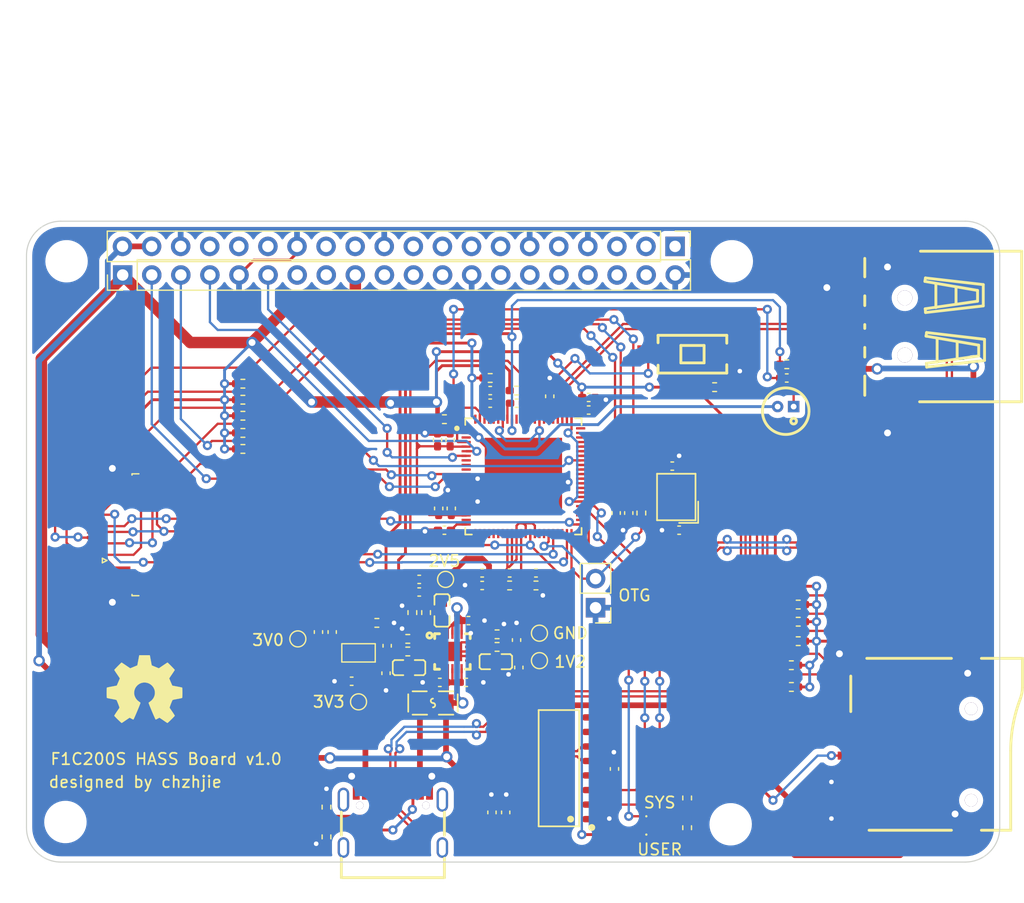
<source format=kicad_pcb>
(kicad_pcb (version 20211014) (generator pcbnew)
  (layers (0 "F.Cu" signal) (31 "B.Cu" signal) (34 "B.Paste" user) (35 "F.Paste" user) (36 "B.SilkS" user "B.Silkscreen") (37 "F.SilkS" user "F.Silkscreen") (38 "B.Mask" user) (39 "F.Mask" user) (44 "Edge.Cuts" user))
  (net 0 "")
  (net 1 "+3V3")
  (net 2 "GND")
  (net 3 "VDD_SYS")
  (net 4 "GNDA")
  (net 5 "Net-(C6-Pad2)")
  (net 6 "+2V5")
  (net 7 "Net-(C10-Pad2)")
  (net 8 "Net-(C11-Pad2)")
  (net 9 "HOSCI")
  (net 10 "HOSCO")
  (net 11 "+5V")
  (net 12 "+3V0")
  (net 13 "Net-(C32-Pad1)")
  (net 14 "Net-(C35-Pad1)")
  (net 15 "MIC_IN")
  (net 16 "SDC0_D2")
  (net 17 "SDC0_D3")
  (net 18 "SDC0_CMD")
  (net 19 "SDC0_CLK")
  (net 20 "SDC0_D0")
  (net 21 "SDC0_D1")
  (net 22 "LED_USER")
  (net 23 "Net-(D1-Pad2)")
  (net 24 "LED_SYS")
  (net 25 "Net-(D2-Pad2)")
  (net 26 "VBUS")
  (net 27 "USB_ID")
  (net 28 "SDA_1")
  (net 29 "SCL_1")
  (net 30 "PD0")
  (net 31 "PD1")
  (net 32 "SPI1_MOSI")
  (net 33 "SPI1_MISO")
  (net 34 "SPI1_CLK")
  (net 35 "SPI1_CS")
  (net 36 "LCD_~{RESET}")
  (net 37 "LCD_D{slash}C")
  (net 38 "LCD_BL")
  (net 39 "LX2")
  (net 40 "Net-(L2-Pad1)")
  (net 41 "LX3")
  (net 42 "Net-(R1-Pad2)")
  (net 43 "~{RESET}")
  (net 44 "TV_VCC")
  (net 45 "FB2")
  (net 46 "Net-(R10-Pad1)")
  (net 47 "FB3")
  (net 48 "Net-(R19-Pad2)")
  (net 49 "Net-(R20-Pad1)")
  (net 55 "UART0_TX")
  (net 56 "UART0_RX")
  (net 57 "USB_DP")
  (net 69 "D-")
  (net 70 "D+")
  (net 85 "USB_DN")
  (footprint "Capacitor_SMD:C_0402_1005Metric_Pad0.74x0.62mm_HandSolder" (layer "F.Cu") (at 97.3 115 90)
    (fp_text reference "C16")
    (fp_text value "0.1uF")
  )
  (footprint "Resistor_SMD:R_0402_1005Metric_Pad0.72x0.64mm_HandSolder" (layer "F.Cu") (at 70.5 119.6)
    (fp_text reference "R29")
    (fp_text value "5.1K")
  )
  (footprint "Resistor_SMD:R_0402_1005Metric_Pad0.72x0.64mm_HandSolder" (layer "F.Cu") (at 105.3 125.2 90)
    (fp_text reference "R21")
    (fp_text value "47K")
  )
  (footprint "TestPoint:TestPoint_Pad_D1.0mm" (layer "F.Cu") (at 80.6 141.7)
    (fp_text reference "TP5")
    (fp_text value "TestPoint")
  )
  (footprint "TestPoint:TestPoint_Pad_D1.0mm" (layer "F.Cu") (at 96.4 138.1)
    (fp_text reference "TP3")
    (fp_text value "TestPoint")
  )
  (footprint "easyeda2kicad:SW-SMD_L6.0-W3.3-LS8.0" (layer "F.Cu") (at 109.9 111.3)
    (fp_text reference "SW1")
    (fp_text value "TS-1101-C-W")
  )
  (footprint "Capacitor_SMD:C_0402_1005Metric_Pad0.74x0.62mm_HandSolder" (layer "F.Cu") (at 92.2525 151.3625 90)
    (fp_text reference "C34")
    (fp_text value "0.1uF")
  )
  (footprint "LED_SMD:LED_0402_1005Metric_Pad0.77x0.64mm_HandSolder" (layer "F.Cu") (at 107 151.7)
    (fp_text reference "D2")
    (fp_text value "LED")
  )
  (footprint "Capacitor_SMD:C_0402_1005Metric_Pad0.74x0.62mm_HandSolder" (layer "F.Cu") (at 118 113.4 180)
    (fp_text reference "C35")
    (fp_text value "1uF")
  )
  (footprint "Capacitor_SMD:C_0402_1005Metric_Pad0.74x0.62mm_HandSolder" (layer "F.Cu") (at 90 140)
    (fp_text reference "C22")
    (fp_text value "10uF")
  )
  (footprint "Capacitor_SMD:C_0402_1005Metric_Pad0.74x0.62mm_HandSolder" (layer "F.Cu") (at 91.3975 131.5325)
    (fp_text reference "C8")
    (fp_text value "0.1uF")
  )
  (footprint "Resistor_SMD:R_0402_1005Metric_Pad0.72x0.64mm_HandSolder" (layer "F.Cu") (at 119 136.4)
    (fp_text reference "R18")
    (fp_text value "10K")
  )
  (footprint "Capacitor_SMD:C_0402_1005Metric_Pad0.74x0.62mm_HandSolder" (layer "F.Cu") (at 83 139.2 90)
    (fp_text reference "C26")
    (fp_text value "0.1uF")
  )
  (footprint "Resistor_SMD:R_0402_1005Metric_Pad0.72x0.64mm_HandSolder" (layer "F.Cu") (at 92.1 113.4 180)
    (fp_text reference "R2")
    (fp_text value "200K")
  )
  (footprint "Resistor_SMD:R_0402_1005Metric_Pad0.72x0.64mm_HandSolder" (layer "F.Cu") (at 118.4 138.5)
    (fp_text reference "R17")
    (fp_text value "10K")
  )
  (footprint "Resistor_SMD:R_0402_1005Metric_Pad0.72x0.64mm_HandSolder" (layer "F.Cu") (at 86.5 133.9 90)
    (fp_text reference "R12")
    (fp_text value "95K")
  )
  (footprint "Capacitor_SMD:C_0402_1005Metric_Pad0.74x0.62mm_HandSolder" (layer "F.Cu") (at 103.1 125.2 -90)
    (fp_text reference "C18")
    (fp_text value "10uF")
  )
  (footprint "Capacitor_SMD:C_0402_1005Metric_Pad0.74x0.62mm_HandSolder" (layer "F.Cu") (at 85.9 132.1)
    (fp_text reference "C25")
    (fp_text value "10uF")
  )
  (footprint "Resistor_SMD:R_0402_1005Metric_Pad0.72x0.64mm_HandSolder" (layer "F.Cu") (at 119 133.2)
    (fp_text reference "R15")
    (fp_text value "10K")
  )
  (footprint "Capacitor_SMD:C_0402_1005Metric_Pad0.74x0.62mm_HandSolder" (layer "F.Cu") (at 94.6 138.7 90)
    (fp_text reference "C27")
    (fp_text value "0.1uF")
  )
  (footprint "Capacitor_SMD:C_0402_1005Metric_Pad0.74x0.62mm_HandSolder" (layer "F.Cu") (at 93.7975 130.4325)
    (fp_text reference "C11")
    (fp_text value "0.1uF")
  )
  (footprint "Connector_PinHeader_2.54mm:PinHeader_1x20_P2.54mm_Vertical" (layer "F.Cu") (at 108.245 101.9 -90)
    (fp_text reference "J4")
    (fp_text value "Conn_01x20")
  )
  (footprint "Capacitor_SMD:C_0402_1005Metric_Pad0.74x0.62mm_HandSolder" (layer "F.Cu") (at 80 139.9 180)
    (fp_text reference "C29")
    (fp_text value "10uF")
  )
  (footprint "easyeda2kicad:F0805" (layer "F.Cu") (at 87.1 141.8)
    (fp_text reference "F1")
    (fp_text value "BSMD0805L-200")
  )
  (footprint "Resistor_SMD:R_0402_1005Metric_Pad0.72x0.64mm_HandSolder" (layer "F.Cu") (at 88.1 117)
    (fp_text reference "R1")
    (fp_text value "0R")
  )
  (footprint "Resistor_SMD:R_0402_1005Metric_Pad0.72x0.64mm_HandSolder" (layer "F.Cu") (at 92.7 135.8 180)
    (fp_text reference "R9")
    (fp_text value "100K")
  )
  (footprint "Capacitor_SMD:C_0402_1005Metric_Pad0.74x0.62mm_HandSolder" (layer "F.Cu") (at 108.6 126.7 180)
    (fp_text reference "C13")
    (fp_text value "14pF")
  )
  (footprint "MountingHole:MountingHole_2.7mm_M2.5" (layer "F.Cu") (at 55 152.2)
    (fp_text reference "H1")
    (fp_text value "MountingHole")
  )
  (footprint "easyeda2kicad:CRYSTAL-SMD_4P-L3.2-W2.5-BL" (layer "F.Cu") (at 108.35 123.8 90)
    (fp_text reference "X1")
    (fp_text value "X322524MOB4SI(24MHz 12pF)")
  )
  (footprint "Capacitor_SMD:C_0402_1005Metric_Pad0.74x0.62mm_HandSolder" (layer "F.Cu") (at 94.4 115.6 180)
    (fp_text reference "C10")
    (fp_text value "1uF")
  )
  (footprint "Resistor_SMD:R_0402_1005Metric_Pad0.72x0.64mm_HandSolder" (layer "F.Cu") (at 85.3 133.9 -90)
    (fp_text reference "R11")
    (fp_text value "30K")
  )
  (footprint "Capacitor_SMD:C_0402_1005Metric_Pad0.74x0.62mm_HandSolder" (layer "F.Cu") (at 88.1 126.7 180)
    (fp_text reference "C3")
    (fp_text value "0.1uF")
  )
  (footprint "MountingHole:MountingHole_2.7mm_M2.5" (layer "F.Cu") (at 55.1 103.2)
    (fp_text reference "H2")
    (fp_text value "MountingHole")
  )
  (footprint "Capacitor_SMD:C_0402_1005Metric_Pad0.74x0.62mm_HandSolder" (layer "F.Cu") (at 93.4525 151.3625 90)
    (fp_text reference "C33")
    (fp_text value "10uF")
  )
  (footprint "Capacitor_SMD:C_0402_1005Metric_Pad0.74x0.62mm_HandSolder" (layer "F.Cu") (at 94.4 136.3 -90)
    (fp_text reference "C24")
    (fp_text value "10uF")
  )
  (footprint "my_lib:TE_1-1734839-0_1x10-1MP_P0.5mm_Horizontal" (layer "F.Cu") (at 58.775 127.1 90)
    (fp_text reference "J3" hide)
    (fp_text value "CORE2_LCD_FPC_10P")
  )
  (footprint "Connector_PinHeader_2.54mm:PinHeader_1x02_P2.54mm_Vertical" (layer "F.Cu") (at 101.3 133.475 180)
    (fp_text reference "J1")
    (fp_text value "Conn_01x02")
  )
  (footprint "Capacitor_SMD:C_0402_1005Metric_Pad0.74x0.62mm_HandSolder" (layer "F.Cu") (at 96.0975 130.4325)
    (fp_text reference "C12")
    (fp_text value "0.1uF")
  )
  (footprint "Symbol:OSHW-Symbol_6.7x6mm_SilkScreen" (layer "F.Cu") (at 61.9 140.6)
    (fp_text reference "REF**" hide)
    (fp_text value "OSHW-Symbol_6.7x6mm_SilkScreen" hide)
  )
  (footprint "Capacitor_SMD:C_0402_1005Metric_Pad0.74x0.62mm_HandSolder" (layer "F.Cu") (at 78.3 135.6 90)
    (fp_text reference "C30")
    (fp_text value "10uF")
  )
  (footprint "Resistor_SMD:R_0402_1005Metric_Pad0.72x0.64mm_HandSolder" (layer "F.Cu") (at 96.0975 131.5325 180)
    (fp_text reference "R4")
    (fp_text value "2K")
  )
  (footprint "Resistor_SMD:R_0402_1005Metric_Pad0.72x0.64mm_HandSolder" (layer "F.Cu") (at 77.8 153.5 -90)
    (fp_text reference "R20")
    (fp_text value "5.1K")
  )
  (footprint "easyeda2kicad:L0603" (layer "F.Cu") (at 92.6 138.2)
    (fp_text reference "L2")
    (fp_text value "2.2uH")
  )
  (footprint "easyeda2kicad:SOP-16_L10.0-W3.9-P1.27-LS6.0-BL" (layer "F.Cu") (at 98.1 147.5 90)
    (fp_text reference "U5")
    (fp_text value "CH340C")
  )
  (footprint "Resistor_SMD:R_0402_1005Metric_Pad0.72x0.64mm_HandSolder" (layer "F.Cu") (at 118.4025 140.4)
    (fp_text reference "R16")
    (fp_text value "10K")
  )
  (footprint "Capacitor_SMD:C_0402_1005Metric_Pad0.74x0.62mm_HandSolder" (layer "F.Cu") (at 83.1 136.8 -90)
    (fp_text reference "C23")
    (fp_text value "10uF")
  )
  (footprint "Capacitor_SMD:C_0402_1005Metric_Pad0.74x0.62mm_HandSolder" (layer "F.Cu") (at 100.7 116.2)
    (fp_text reference "C14")
    (fp_text value "10uF")
  )
  (footprint "Capacitor_SMD:C_0402_1005Metric_Pad0.74x0.62mm_HandSolder" (layer "F.Cu") (at 100.7 115.1)
    (fp_text reference "C15")
    (fp_text value "0.1uF")
  )
  (footprint "TestPoint:TestPoint_Pad_D1.0mm" (layer "F.Cu") (at 88.2 131)
    (fp_text reference "TP4")
    (fp_text value "TestPoint")
  )
  (footprint "Capacitor_SMD:C_0402_1005Metric_Pad0.74x0.62mm_HandSolder" (layer "F.Cu") (at 87.6 124.8 90)
    (fp_text reference "C5")
    (fp_text value "0.1uF")
  )
  (footprint "Resistor_SMD:R_0402_1005Metric_Pad0.72x0.64mm_HandSolder" (layer "F.Cu") (at 118 112.2 180)
    (fp_text reference "R30")
    (fp_text value "2.21K")
  )
  (footprint "easyeda2kicad:TF-SMD_TF-15-15" (layer "F.Cu") (at 128.5 145.55)
    (fp_text reference "Card1")
    (fp_text value "TF-15×15")
  )
  (footprint "Resistor_SMD:R_0402_1005Metric_Pad0.72x0.64mm_HandSolder" (layer "F.Cu") (at 70.5 118.2)
    (fp_text reference "R27")
    (fp_text value "10K")
  )
  (footprint "Capacitor_SMD:C_0402_1005Metric_Pad0.74x0.62mm_HandSolder" (layer "F.Cu") (at 77.1 135.6 90)
    (fp_text reference "C31")
    (fp_text value "0.1uF")
  )
  (footprint "LED_SMD:LED_0402_1005Metric_Pad0.77x0.64mm_HandSolder" (layer "F.Cu") (at 107 153.3)
    (fp_text reference "D1")
    (fp_text value "LED")
  )
  (footprint "Resistor_SMD:R_0402_1005Metric_Pad0.72x0.64mm_HandSolder" (layer "F.Cu") (at 70.4975 115.3)
    (fp_text reference "R26")
    (fp_text value "10K")
  )
  (footprint "Capacitor_SMD:C_0402_1005Metric_Pad0.74x0.62mm_HandSolder" (layer "F.Cu") (at 104.2 125.2 -90)
    (fp_text reference "C19")
    (fp_text value "0.1uF")
  )
  (footprint "MountingHole:MountingHole_2.7mm_M2.5" (layer "F.Cu") (at 113.2 103.2)
    (fp_text reference "H3")
    (fp_text value "MountingHole")
  )
  (footprint "easyeda2kicad:QFN-88_L10.0-W10.0-P0.40-BL-EP6.75" (layer "F.Cu") (at 95 122 -90)
    (fp_text reference "U1")
    (fp_text value "F1C200S")
  )
  (footprint "Capacitor_SMD:C_0402_1005Metric_Pad0.74x0.62mm_HandSolder" (layer "F.Cu") (at 87.7 140 180)
    (fp_text reference "C20")
    (fp_text value "10uF")
  )
  (footprint "Resistor_SMD:R_0402_1005Metric_Pad0.72x0.64mm_HandSolder" (layer "F.Cu") (at 70.5 116.7)
    (fp_text reference "R25")
    (fp_text value "10K")
  )
  (footprint "Capacitor_SMD:C_0402_1005Metric_Pad0.74x0.62mm_HandSolder" (layer "F.Cu") (at 102.9525 147.5625 90)
    (fp_text reference "C32")
    (fp_text value "0.1uF")
  )
  (footprint "Capacitor_SMD:C_0402_1005Metric_Pad0.74x0.62mm_HandSolder" (layer "F.Cu") (at 108 121.1)
    (fp_text reference "C17")
    (fp_text value "14pF")
  )
  (footprint "Resistor_SMD:R_0402_1005Metric_Pad0.72x0.64mm_HandSolder" (layer "F.Cu") (at 84.9 137.3 180)
    (fp_text reference "R8")
    (fp_text value "510K")
  )
  (footprint "Capacitor_SMD:C_0402_1005Metric_Pad0.74x0.62mm_HandSolder" (layer "F.Cu") (at 85.9 131)
    (fp_text reference "C28")
    (fp_text value "0.1uF")
  )
  (footprint "TestPoint:TestPoint_Pad_D1.0mm" (layer "F.Cu") (at 75.3 136.2)
    (fp_text reference "TP2")
    (fp_text value "TestPoint")
  )
  (footprint "easyeda2kicad:L0603" (layer "F.Cu") (at 87.9 133.7 90)
    (fp_text reference "L3")
    (fp_text value "2.2uH")
  )
  (footprint "Capacitor_SMD:C_0402_1005Metric_Pad0.74x0.62mm_HandSolder" (layer "F.Cu") (at 88.6 118.8 90)
    (fp_text reference "C4")
    (fp_text value "0.1uF")
  )
  (footprint "easyeda2kicad:USB-A-SMD_U-A-24SS-W-1" (layer "F.Cu") (at 125.2125 108.9 90)
    (fp_text reference "USB1")
    (fp_text value "U-A-24SS-W-1")
  )
  (footprint "Resistor_SMD:R_0402_1005Metric_Pad0.72x0.64mm_HandSolder" (layer "F.Cu") (at 109.3 150.1 -90)
    (fp_text reference "R23")
    (fp_text value "2K")
  )
  (footprint "Resistor_SMD:R_0402_1005Metric_Pad0.72x0.64mm_HandSolder" (layer "F.Cu") (at 77.8 150.9 -90)
    (fp_text reference "R19")
    (fp_text value "5.1K")
  )
  (footprint "Resistor_SMD:R_0402_1005Metric_Pad0.72x0.64mm_HandSolder" (layer "F.Cu") (at 94.4 114.5 180)
    (fp_text reference "R6")
    (fp_text value "0R")
  )
  (footprint "easyeda2kicad:USB-C-SMD_G-SWITCH_GT-USB-7010ASV" (layer "F.Cu") (at 83.6 152.0325)
    (fp_text reference "U4")
    (fp_text value "GT-USB-7010ASV")
  )
  (footprint "Capacitor_SMD:C_0402_1005Metric_Pad0.74x0.62mm_HandSolder" (layer "F.Cu") (at 87.5 118.8 90)
    (fp_text reference "C1")
    (fp_text value "10uF")
  )
  (footprint "Capacitor_SMD:C_0402_1005Metric_Pad0.74x0.62mm_HandSolder" (layer "F.Cu") (at 92.1 115.6)
    (fp_text reference "C6")
    (fp_text value "10uF")
  )
  (footprint "easyeda2kicad:L0603" (layer "F.Cu") (at 85 138.7 180)
    (fp_text reference "L1")
    (fp_text value "2.2uH")
  )
  (footprint "Resistor_SMD:R_0402_1005Metric_Pad0.72x0.64mm_HandSolder" (layer "F.Cu") (at 82.2 134.8 180)
    (fp_text reference "R13")
    (fp_text value "0R")
  )
  (footprint "Connector_PinHeader_2.54mm:PinHeader_1x20_P2.54mm_Vertical" (layer "F.Cu") (at 60 104.4 90)
    (fp_text reference "J2")
    (fp_text value "Conn_01x20")
  )
  (footprint "Capacitor_SMD:C_0402_1005Metric_Pad0.74x0.62mm_HandSolder" (layer "F.Cu") (at 90.2 134.6)
    (fp_text reference "C21")
    (fp_text value "10uF")
  )
  (footprint "Resistor_SMD:R_0402_1005Metric_Pad0.72x0.64mm_HandSolder" (layer "F.Cu") (at 119 134.7)
    (fp_text reference "R14")
    (fp_text value "10K")
  )
  (footprint "Resistor_SMD:R_0402_1005Metric_Pad0.72x0.64mm_HandSolder" (layer "F.Cu") (at 93.795 131.5325 180)
    (fp_text reference "R3")
    (fp_text value "2K")
  )
  (footprint "MountingHole:MountingHole_2.7mm_M2.5" (layer "F.Cu") (at 113.1 152.4)
    (fp_text reference "H4")
    (fp_text value "MountingHole")
  )
  (footprint "Capacitor_SMD:C_0402_1005Metric_Pad0.74x0.62mm_HandSolder" (layer "F.Cu") (at 92.1 114.5)
    (fp_text reference "C7")
    (fp_text value "0.1uF")
  )
  (footprint "Capacitor_SMD:C_0402_1005Metric_Pad0.74x0.62mm_HandSolder" (layer "F.Cu") (at 88.7 124.8 90)
    (fp_text reference "C2")
    (fp_text value "10uF")
  )
  (footprint "Resistor_SMD:R_0402_1005Metric_Pad0.72x0.64mm_HandSolder" (layer "F.Cu") (at 92.7 136.9)
    (fp_text reference "R10")
    (fp_text value "100K")
  )
  (footprint "easyeda2kicad:MIC-TH_BD4.0-P1.40-D0.3-L" (layer "F.Cu") (at 117.9 115.9)
    (fp_text reference "MIC1")
    (fp_text value "B4012AP422-003")
  )
  (footprint "Resistor_SMD:R_0402_1005Metric_Pad0.72x0.64mm_HandSolder" (layer "F.Cu") (at 111.7 114.2 180)
    (fp_text reference "R5")
    (fp_text value "2K")
  )
  (footprint "easyeda2kicad:WQFN-20_L3.0-W3.0-P0.40-BL-EP" (layer "F.Cu") (at 88.8 137.3 -90)
    (fp_text reference "U2")
    (fp_text value "EA3036C")
  )
  (footprint "Capacitor_SMD:C_0402_1005Metric_Pad0.74x0.62mm_HandSolder" (layer "F.Cu") (at 91.3975 130.4325)
    (fp_text reference "C9")
    (fp_text value "0.1uF")
  )
  (footprint "Resistor_SMD:R_0402_1005Metric_Pad0.72x0.64mm_HandSolder" (layer "F.Cu") (at 109.3 152.7 90)
    (fp_text reference "R22")
    (fp_text value "2K")
  )
  (footprint "Resistor_SMD:R_0402_1005Metric_Pad0.72x0.64mm_HandSolder" (layer "F.Cu") (at 84.9 136.2)
    (fp_text reference "R7")
    (fp_text value "110K")
  )
  (footprint "Resistor_SMD:R_0402_1005Metric_Pad0.72x0.64mm_HandSolder" (layer "F.Cu") (at 70.4975 113.9)
    (fp_text reference "R28")
    (fp_text value "10K")
  )
  (footprint "TestPoint:TestPoint_Pad_D1.0mm" (layer "F.Cu") (at 96.4 135.7)
    (fp_text reference "TP1")
    (fp_text value "TestPoint")
  )
  (footprint "easyeda2kicad:SOT-23-3L_L2.9-W1.6-P1.90-LS2.8-BL" (layer "F.Cu") (at 80.6 137.4 180)
    (fp_text reference "U3")
    (fp_text value "XC6206P302MR")
  )
  (gr_arc (start 51.6 102.7) (mid 52.47868 100.57868) (end 54.6 99.7) (layer "Edge.Cuts") (width 0.1))
  (gr_line (start 54.6 155.7) (end 133.6 155.7) (layer "Edge.Cuts") (width 0.1))
  (gr_arc (start 136.6 152.7) (mid 135.72132 154.82132) (end 133.6 155.7) (layer "Edge.Cuts") (width 0.1))
  (gr_arc (start 54.6 155.7) (mid 52.47868 154.82132) (end 51.6 152.7) (layer "Edge.Cuts") (width 0.1))
  (gr_line (start 136.6 152.7) (end 136.6 102.7) (layer "Edge.Cuts") (width 0.1))
  (gr_arc (start 133.6 99.7) (mid 135.72132 100.57868) (end 136.6 102.7) (layer "Edge.Cuts") (width 0.1))
  (gr_line (start 54.6 99.7) (end 133.6 99.7) (layer "Edge.Cuts") (width 0.1))
  (gr_line (start 51.6 152.7) (end 51.6 102.7) (layer "Edge.Cuts") (width 0.1))
  (gr_text "3V0" (at 72.7 136.3) (layer "F.SilkS") (effects (font (size 1 1))))
  (gr_text "F1C200S HASS Board v1.0" (at 63.8 146.7) (layer "F.SilkS") (effects (font (size 1 1))))
  (gr_text "2V5" (at 88.1 129.4) (layer "F.SilkS") (effects (font (size 1 1))))
  (gr_text "SYS" (at 106.9 150.5) (layer "F.SilkS") (effects (font (size 1 1))))
  (gr_text "3V3" (at 78 141.7) (layer "F.SilkS") (effects (font (size 1 1))))
  (gr_text "1V2" (at 99.1 138.2) (layer "F.SilkS") (effects (font (size 1 1))))
  (gr_text "designed by chzhjie" (at 61.1 148.7) (layer "F.SilkS") (effects (font (size 1 1))))
  (gr_text "USER" (at 106.9 154.6) (layer "F.SilkS") (effects (font (size 1 1))))
  (gr_text "OTG" (at 104.7 132.4) (layer "F.SilkS") (effects (font (size 1 1))))
  (gr_text "GND" (at 99.1 135.7) (layer "F.SilkS") (effects (font (size 1 1))))
  (segment (start 85.7 124.3) (end 85.7 119.6) (width 0.2) (layer "F.Cu") (net 1))
  (segment (start 90 125.4) (end 88.7325 125.4) (width 0.2) (layer "F.Cu") (net 1))
  (segment (start 83 138.6325) (end 84.2325 138.6325) (width 0.5) (layer "F.Cu") (net 1))
  (segment (start 109.3025 150.6975) (end 111.3 148.7) (width 0.25) (layer "F.Cu") (net 1))
  (segment (start 78.9 107.3) (end 80.32 105.88) (width 1) (layer "F.Cu") (net 1))
  (segment (start 85.9675 119.3675) (end 85.9 119.3) (width 0.2) (layer "F.Cu") (net 1))
  (segment (start 68.9 115.3) (end 62.6 115.3) (width 0.25) (layer "F.Cu") (net 1))
  (segment (start 117.7 131.6) (end 120.6 131.6) (width 0.25) (layer "F.Cu") (net 1))
  (segment (start 115.2 148.7) (end 116.8 150.3) (width 0.25) (layer "F.Cu") (net 1))
  (segment (start 56 121.9) (end 56 125.5) (width 0.25) (layer "F.Cu") (net 1))
  (segment (start 117 121.3) (end 117 130.9) (width 0.25) (layer "F.Cu") (net 1))
  (segment (start 71.3 110.3) (end 74.3 107.3) (width 1) (layer "F.Cu") (net 1))
  (segment (start 52.9 135.8) (end 52.9 111.7) (width 1) (layer "F.Cu") (net 1))
  (segment (start 110.2 114.3) (end 110.2 114.2) (width 0.25) (layer "F.Cu") (net 1))
  (segment (start 124.199638 136.4) (end 126.249819 138.450181) (width 0.25) (layer "F.Cu") (net 1))
  (segment (start 120.6 136.4) (end 119.5975 136.4) (width 0.25) (layer "F.Cu") (net 1))
  (segment (start 93.32452 112.32452) (end 87.9 112.32452) (width 0.25) (layer "F.Cu") (net 1))
  (segment (start 126.249819 138.450181) (end 126.249819 145.750181) (width 0.25) (layer "F.Cu") (net 1))
  (segment (start 99.2 117.9) (end 98.9 118.2) (width 0.2) (layer "F.Cu") (net 1))
  (segment (start 68.9 115.3) (end 69.9 115.3) (width 0.25) (layer "F.Cu") (net 1))
  (segment (start 80.32 105.88) (end 80.32 104.4) (width 1) (layer "F.Cu") (net 1))
  (segment (start 80.6 141.7) (end 58.8 141.7) (width 1) (layer "F.Cu") (net 1))
  (segment (start 87.9 112.32452) (end 87.4 112.82452) (width 0.25) (layer "F.Cu") (net 1))
  (segment (start 93.8025 112.8025) (end 93.32452 112.32452) (width 0.25) (layer "F.Cu") (net 1))
  (segment (start 80.6 141.7) (end 80.6 139.9325) (width 0.5) (layer "F.Cu") (net 1))
  (segment (start 87.5 119.3675) (end 85.9675 119.3675) (width 0.2) (layer "F.Cu") (net 1))
  (segment (start 74.3 107.3) (end 78.9 107.3) (width 1) (layer "F.Cu") (net 1))
  (segment (start 86.7675 125.3675) (end 85.7 124.3) (width 0.2) (layer "F.Cu") (net 1))
  (segment (start 56.35 125.85) (end 57.425 125.85) (width 0.25) (layer "F.Cu") (net 1))
  (segment (start 99 124.2) (end 100 124.2) (width 0.2) (layer "F.Cu") (net 1))
  (segment (start 82.9625 138.67) (end 83 138.6325) (width 0.5) (layer "F.Cu") (net 1))
  (segment (start 68.9 118.2) (end 69.9025 118.2) (width 0.25) (layer "F.Cu") (net 1))
  (segment (start 125.6 146.4) (end 123.25 146.4) (width 0.25) (layer "F.Cu") (net 1))
  (segment (start 52.9 111.7) (end 60 104.6) (width 1) (layer "F.Cu") (net 1))
  (segment (start 119.598 133.2005) (end 119.5975 133.2) (width 0.25) (layer "F.Cu") (net 1))
  (segment (start 87.5025 115.6025) (end 87.4 115.5) (width 0.4) (layer "F.Cu") (net 1))
  (segment (start 88.7325 125.4) (end 88.7 125.3675) (width 0.2) (layer "F.Cu") (net 1))
  (segment (start 120.6 136.4) (end 124.199638 136.4) (width 0.25) (layer "F.Cu") (net 1))
  (segment (start 120.0025 140.4) (end 119 140.4) (width 0.25) (layer "F.Cu") (net 1))
  (segment (start 110.2 114.2) (end 111.1025 114.2) (width 0.25) (layer "F.Cu") (net 1))
  (segment (start 120 138.5) (end 118.9975 138.5) (width 0.25) (layer "F.Cu") (net 1))
  (segment (start 105.27 124.6325) (end 105.3 124.6025) (width 0.2) (layer "F.Cu") (net 1))
  (segment (start 99.2 117) (end 99.2 117.9) (width 0.2) (layer "F.Cu") (net 1))
  (segment (start 60 104.6) (end 60 104.4) (width 1) (layer "F.Cu") (net 1))
  (segment (start 102.66702 124.19952) (end 103.1 124.6325) (width 0.2) (layer "F.Cu") (net 1))
  (segment (start 86.1 117) (end 87.5025 117) (width 0.2) (layer "F.Cu") (net 1))
  (segment (start 68.9 113.9) (end 69.9 113.9) (width 0.25) (layer "F.Cu") (net 1))
  (segment (start 100.96798 124.19952) (end 102.66702 124.19952) (width 0.2) (layer "F.Cu") (net 1))
  (segment (start 120.6 133.2005) (end 119.598 133.2005) (width 0.25) (layer "F.Cu") (net 1))
  (segment (start 98 112.1) (end 97 111.1) (width 0.25) (layer "F.Cu") (net 1))
  (segment (start 111.3 148.7) (end 115.2 148.7) (width 0.25) (layer "F.Cu") (net 1))
  (segment (start 100.1325 116.2) (end 100.1325 115.1) (width 0.2) (layer "F.Cu") (net 1))
  (segment (start 99.2 117) (end 99.2 116.5) (width 0.2) (layer "F.Cu") (net 1))
  (segment (start 84.235 137.3675) (end 84.3025 137.3) (width 0.5) (layer "F.Cu") (net 1))
  (segment (start 84.2325 138.6325) (end 84.3 138.7) (width 0.5) (layer "F.Cu") (net 1))
  (segment (start 88.6325 119.4) (end 88.6 119.3675) (width 0.2) (layer "F.Cu") (net 1))
  (segment (start 88.7 125.3675) (end 87.6 125.3675) (width 0.2) (layer "F.Cu") (net 1))
  (segment (start 90 119.4) (end 88.6325 119.4) (width 0.2) (layer "F.Cu") (net 1))
  (segment (start 56 125.5) (end 56.35 125.85) (width 0.25) (layer "F.Cu") (net 1))
  (segment (start 104.2 124.6325) (end 105.27 124.6325) (width 0.2) (layer "F.Cu") (net 1))
  (segment (start 62.6 115.3) (end 56 121.9) (width 0.25) (layer "F.Cu") (net 1))
  (segment (start 100.1 115.0675) (end 100.1325 115.1) (width 0.25) (layer "F.Cu") (net 1))
  (segment (start 85.7 117.4) (end 86.1 117) (width 0.2) (layer "F.Cu") (net 1))
  (segment (start 85.7 119.6) (end 85.9 119.4) (width 0.2) (layer "F.Cu") (net 1))
  (segment (start 97 111.1) (end 87.4 111.1) (width 0.25) (layer "F.Cu") (net 1))
  (segment (start 99.5 116.2) (end 100.1325 116.2) (width 0.2) (layer "F.Cu") (net 1))
  (segment (start 120.6 134.7) (end 119.5975 134.7) (width 0.25) (layer "F.Cu") (net 1))
  (segment (start 110.1 114.4) (end 117 121.3) (width 0.25) (layer "F.Cu") (net 1))
  (segment (start 80.5675 139.9) (end 80.5675 138.7025) (width 0.5) (layer "F.Cu") (net 1))
  (segment (start 80.6 139.9325) (end 80.5675 139.9) (width 0.5) (layer "F.Cu") (net 1))
  (segment (start 106 114.2) (end 109.9 114.2) (width 0.25) (layer "F.Cu") (net 1))
  (segment (start 99.2 116.5) (end 99.5 116.2) (width 0.2) (layer "F.Cu") (net 1))
  (segment (start 83.1 137.3675) (end 84.235 137.3675) (width 0.5) (layer "F.Cu") (net 1))
  (segment (start 68.9 119.6) (end 69.9025 119.6) (width 0.25) (layer "F.Cu") (net 1))
  (segment (start 88.6 119.3675) (end 87.5 119.3675) (width 0.2) (layer "F.Cu") (net 1))
  (segment (start 109.9 114.2) (end 110.1 114.4) (width 0.25) (layer "F.Cu") (net 1))
  (segment (start 100.9675 124.2) (end 100.96798 124.19952) (width 0.2) (layer "F.Cu") (net 1))
  (segment (start 100.1 114.2) (end 100.1 115.0675) (width 0.25) (layer "F.Cu") (net 1))
  (segment (start 103.1 124.6325) (end 104.2 124.6325) (width 0.2) (layer "F.Cu") (net 1))
  (segment (start 110.1 114.4) (end 110.2 114.3) (width 0.25) (layer "F.Cu") (net 1))
  (segment (start 109.3 150.6975) (end 109.3025 150.6975) (width 0.25) (layer "F.Cu") (net 1))
  (segment (start 109.3 152.1025) (end 109.3 150.6975) (width 0.25) (layer "F.Cu") (net 1))
  (segment (start 87.5025 117) (end 87.5025 115.6025) (width 0.4) (layer "F.Cu") (net 1))
  (segment (start 80.6 138.67) (end 82.9625 138.67) (width 0.5) (layer "F.Cu") (net 1))
  (segment (start 100 124.2) (end 100.9675 124.2) (width 0.2) (layer "F.Cu") (net 1))
  (segment (start 93.8025 114.5) (end 93.8025 112.8025) (width 0.25) (layer "F.Cu") (net 1))
  (segment (start 85.9 119.3) (end 85.7 119.1) (width 0.2) (layer "F.Cu") (net 1))
  (segment (start 84.3 137.3025) (end 84.3025 137.3) (width 0.5) (layer "F.Cu") (net 1))
  (segment (start 121.9 146.4) (end 123.25 146.4) (width 0.2) (layer "F.Cu") (net 1))
  (segment (start 60 104.4) (end 65.9 110.3) (width 1) (layer "F.Cu") (net 1))
  (segment (start 84.3 138.7) (end 84.3 137.3025) (width 0.5) (layer "F.Cu") (net 1))
  (segment (start 76.5 115.5) (end 83.3 115.5) (width 1) (layer "F.Cu") (net 1))
  (segment (start 85.9 119.4) (end 85.9 119.3) (width 0.2) (layer "F.Cu") (net 1))
  (segment (start 85.7 119.6) (end 85.7 119.1) (width 0.2) (layer "F.Cu") (net 1))
  (segment (start 117 130.9) (end 117.7 131.6) (width 0.25) (layer "F.Cu") (net 1))
  (segment (start 87.6 125.3675) (end 86.7675 125.3675) (width 0.2) (layer "F.Cu") (net 1))
  (segment (start 80.5675 138.7025) (end 80.6 138.67) (width 0.5) (layer "F.Cu") (net 1))
  (segment (start 68.9 116.7) (end 69.9025 116.7) (width 0.25) (layer "F.Cu") (net 1))
  (segment (start 87.4 112.82452) (end 87.4 115.5) (width 0.25) (layer "F.Cu") (net 1))
  (segment (start 85.7 119.1) (end 85.7 117.4) (width 0.2) (layer "F.Cu") (net 1))
  (segment (start 65.9 110.3) (end 71.3 110.3) (width 1) (layer "F.Cu") (net 1))
  (segment (start 83.3 115.5) (end 83.4 115.6) (width 1) (layer "F.Cu") (net 1))
  (segment (start 58.8 141.7) (end 52.9 135.8) (width 1) (layer "F.Cu") (net 1))
  (segment (start 126.249819 145.750181) (end 125.6 146.4) (width 0.25) (layer "F.Cu") (net 1))
  (segment (start 109.9 114.2) (end 110.2 114.2) (width 0.25) (layer "F.Cu") (net 1))
  (via (at 68.9 116.7) (size 0.8) (drill 0.4) (layers "F.Cu" "B.Cu") (net 1))
  (via (at 106 114.2) (size 0.8) (drill 0.4) (layers "F.Cu" "B.Cu") (net 1))
  (via (at 83.4 115.6) (size 1) (drill 0.6) (layers "F.Cu" "B.Cu") (net 1))
  (via (at 120.6 133.2005) (size 0.8) (drill 0.4) (layers "F.Cu" "B.Cu") (net 1))
  (via (at 120.6 134.7) (size 0.8) (drill 0.4) (layers "F.Cu" "B.Cu") (net 1))
  (via (at 99 124.2) (size 0.8) (drill 0.4) (layers "F.Cu" "B.Cu") (net 1))
  (via (at 120.0025 140.4) (size 0.8) (drill 0.4) (layers "F.Cu" "B.Cu") (net 1))
  (via (at 68.9 118.2) (size 0.8) (drill 0.4) (layers "F.Cu" "B.Cu") (net 1))
  (via (at 68.9 113.9) (size 0.8) (drill 0.4) (layers "F.Cu" "B.Cu") (net 1))
  (via (at 87.4 115.5) (size 1) (drill 0.6) (layers "F.Cu" "B.Cu") (net 1))
  (via (at 120.6 131.6) (size 0.8) (drill 0.4) (layers "F.Cu" "B.Cu") (net 1))
  (via (at 98 112.1) (size 0.8) (drill 0.4) (layers "F.Cu" "B.Cu") (net 1))
  (via (at 120 138.5) (size 0.8) (drill 0.4) (layers "F.Cu" "B.Cu") (net 1))
  (via (at 98.9 118.2) (size 0.8) (drill 0.4) (layers "F.Cu" "B.Cu") (net 1))
  (via (at 71.3 110.3) (size 1) (drill 0.6) (layers "F.Cu" "B.Cu") (net 1))
  (via (at 116.8 150.3) (size 0.8) (drill 0.4) (layers "F.Cu" "B.Cu") (net 1))
  (via (at 120.6 136.4) (size 0.8) (drill 0.4) (layers "F.Cu" "B.Cu") (net 1))
  (via (at 87.4 111.1) (size 0.8) (drill 0.4) (layers "F.Cu" "B.Cu") (net 1))
  (via (at 121.9 146.4) (size 0.8) (drill 0.4) (layers "F.Cu" "B.Cu") (net 1))
  (via (at 68.9 115.3) (size 0.8) (drill 0.4) (layers "F.Cu" "B.Cu") (net 1))
  (via (at 68.9 119.6) (size 0.8) (drill 0.4) (layers "F.Cu" "B.Cu") (net 1))
  (via (at 76.5 115.5) (size 1) (drill 0.6) (layers "F.Cu" "B.Cu") (net 1))
  (via (at 100.1 114.2) (size 0.8) (drill 0.4) (layers "F.Cu" "B.Cu") (net 1))
  (segment (start 68.9 118.2) (end 68.9 116.7) (width 0.25) (layer "B.Cu") (net 1))
  (segment (start 116.8 150.3) (end 120.7 146.4) (width 0.2) (layer "B.Cu") (net 1))
  (segment (start 68.9 112.7) (end 71.3 110.3) (width 0.25) (layer "B.Cu") (net 1))
  (segment (start 100.1 114.2) (end 106 114.2) (width 0.25) (layer "B.Cu") (net 1))
  (segment (start 99.7 119) (end 99.7 123.8) (width 0.2) (layer "B.Cu") (net 1))
  (segment (start 98.9 118.2) (end 99.7 119) (width 0.2) (layer "B.Cu") (net 1))
  (segment (start 71.3 110.3) (end 76.5 115.5) (width 1) (layer "B.Cu") (net 1))
  (segment (start 99.7 123.8) (end 99.3 124.2) (width 0.2) (layer "B.Cu") (net 1))
  (segment (start 68.9 113.9) (end 68.9 112.7) (width 0.25) (layer "B.Cu") (net 1))
  (segment (start 83.5 115.5) (end 87.4 115.5) (width 1) (layer "B.Cu") (net 1))
  (segment (start 120.7 146.4) (end 121.9 146.4) (width 0.2) (layer "B.Cu") (net 1))
  (segment (start 120 140.3975) (end 120.0025 140.4) (width 0.25) (layer "B.Cu") (net 1))
  (segment (start 68.9 115.3) (end 68.9 113.9) (width 0.25) (layer "B.Cu") (net 1))
  (segment (start 68.9 116.7) (end 68.9 115.3) (width 0.25) (layer "B.Cu") (net 1))
  (segment (start 99.3 124.2) (end 99 124.2) (width 0.2) (layer "B.Cu") (net 1))
  (segment (start 120.6 137.9) (end 120 138.5) (width 0.25) (layer "B.Cu") (net 1))
  (segment (start 68.9 119.6) (end 68.9 118.2) (width 0.25) (layer "B.Cu") (net 1))
  (segment (start 120.6 136.4) (end 120.6 137.9) (width 0.25) (layer "B.Cu") (net 1))
  (segment (start 87.4 115.5) (end 87.4 111.1) (width 0.25) (layer "B.Cu") (net 1))
  (segment (start 98 112.1) (end 100.1 114.2) (width 0.25) (layer "B.Cu") (net 1))
  (segment (start 83.4 115.6) (end 83.5 115.5) (width 1) (layer "B.Cu") (net 1))
  (segment (start 120 138.5) (end 120 140.3975) (width 0.25) (layer "B.Cu") (net 1))
  (segment (start 120.6 131.6) (end 120.6 136.4) (width 0.25) (layer "B.Cu") (net 1))
  (segment (start 113.9 112.8) (end 113.9 111.3) (width 0.5) (layer "F.Cu") (net 2))
  (segment (start 108.5675 121.1) (end 108.5675 120.2325) (width 0.5) (layer "F.Cu") (net 2))
  (segment (start 123.25 151.9) (end 123.25 152.7) (width 0.5) (layer "F.Cu") (net 2))
  (segment (start 93.3 135.7975) (end 93.2975 135.8) (width 0.5) (layer "F.Cu") (net 2))
  (segment (start 86.8 149.6325) (end 86.8 148.4) (width 0.5) (layer "F.Cu") (net 2))
  (segment (start 90.3 137.7) (end 89.2 137.7) (width 0.2) (layer "F.Cu") (net 2))
  (segment (start 75.225 102.475) (end 75.225 101.9) (width 0.25) (layer "F.Cu") (net 2))
  (segment (start 85.3325 131) (end 85.3325 132.1) (width 0.5) (layer "F.Cu") (net 2))
  (segment (start 88.4 123.2) (end 88.4 124.1) (width 0.5) (layer "F.Cu") (net 2))
  (segment (start 102.9525 146.995) (end 102.9525 146.1525) (width 0.5) (layer "F.Cu") (net 2))
  (segment (start 87.3 138.1) (end 88 138.1) (width 0.2) (layer "F.Cu") (net 2))
  (segment (start 133.75 137.55) (end 133.75 139.15) (width 0.5) (layer "F.Cu") (net 2))
  (segment (start 59.1 131.045) (end 59.125 131.02) (width 1) (layer "F.Cu") (net 2))
  (segment (start 74.6 103.1) (end 75.225 102.475) (width 0.25) (layer "F.Cu") (net 2))
  (segment (start 103.1 125.7675) (end 103.6675 125.7675) (width 0.5) (layer "F.Cu") (net 2))
  (segment (start 133.75 153.15) (end 133.75 152.55) (width 0.5) (layer "F.Cu") (net 2))
  (segment (start 91 122.2) (end 94.8 122.2) (width 0.5) (layer "F.Cu") (net 2))
  (segment (start 90.3 136.5) (end 90.3 135.8) (width 0.2) (layer "F.Cu") (net 2))
  (segment (start 86.4 118.2) (end 87.4675 118.2) (width 0.5) (layer "F.Cu") (net 2))
  (segment (start 58.65 129.35) (end 59.125 129.825) (width 0.25) (layer "F.Cu") (net 2))
  (segment (start 123.25 152.7) (end 124.1 153.55) (width 0.5) (layer "F.Cu") (net 2))
  (segment (start 59.125 129.825) (end 59.125 131.02) (width 0.25) (layer "F.Cu") (net 2))
  (segment (start 122.6 137.5) (end 123.5 138.4) (width 0.5) (layer "F.Cu") (net 2))
  (segment (start 91.1 118.6) (end 94.5 122) (width 0.5) (layer "F.Cu") (net 2))
  (segment (start 94.4325 135.7) (end 94.4 135.7325) (width 0.5) (layer "F.Cu") (net 2))
  (segment (start 84.3025 136.2) (end 83.1325 136.2) (width 0.5) (layer "F.Cu") (net 2))
  (segment (start 90.3 137.3) (end 88.8 137.3) (width 0.2) (layer "F.Cu") (net 2))
  (segment (start 103.6675 126.6675) (end 103.6675 125.7675) (width 0.5) (layer "F.Cu") (net 2))
  (segment (start 59.125 124.175) (end 59.125 123.18) (width 0.25) (layer "F.Cu") (net 2))
  (segment (start 108.0325 126.7) (end 108.0325 125.4325) (width 0.5) (layer "F.Cu") (net 2))
  (segment (start 103.7 126.7) (end 103.6675 126.6675) (width 0.5) (layer "F.Cu") (net 2))
  (segment (start 123.4525 105.5) (end 123.5625 105.39) (width 0.5) (layer "F.Cu") (net 2))
  (segment (start 92.2525 149.8525) (end 92.2 149.8) (width 0.5) (layer "F.Cu") (net 2))
  (segment (start 80.4 148.6) (end 80 148.2) (width 0.5) (layer "F.Cu") (net 2))
  (segment (start 89.9325 131.5325) (end 89.9 131.5) (width 0.5) (layer "F.Cu") (net 2))
  (segment (start 88.6 118.2325) (end 87.5 118.2325) (width 0.5) (layer "F.Cu") (net 2))
  (segment (start 88.5325 124.2325) (end 88.7 124.2325) (width 0.5) (layer "F.Cu") (net 2))
  (segment (start 89.2 136.9) (end 88.8 137.3) (width 0.2) (layer "F.Cu") (net 2))
  (segment (start 90.7675 134.6) (end 91.6 134.6) (width 0.5) (layer "F.Cu") (net 2))
  (segment (start 126.8 103.7) (end 126.8 101.6625) (width 0.5) (layer "F.Cu") (net 2))
  (segment (start 59.1 133) (end 59.1 131.045) (width 1) (layer "F.Cu") (net 2))
  (segment (start 87.6 124.2325) (end 88.5325 124.2325) (width 0.5) (layer "F.Cu") (net 2))
  (segment (start 108.5675 120.2325) (end 108.6 120.2) (width 0.5) (layer "F.Cu") (net 2))
  (segment (start 80.4 149.6325) (end 80.4 148.6) (width 0.5) (layer "F.Cu") (net 2))
  (segment (start 96.6975 132.39875) (end 96.6975 131.535) (width 0.5) (layer "F.Cu") (net 2))
  (segment (start 93.4525 150.795) (end 93.4525 149.8475) (width 0.5) (layer "F.Cu") (net 2))
  (segment (start 133.75 152.55) (end 132.7 151.5) (width 0.5) (layer "F.Cu") (net 2))
  (segment (start 90.3 135.8) (end 90.4 135.7) (width 0.2) (layer "F.Cu") (net 2))
  (segment (start 101.435 115.3) (end 101.2675 115.4675) (width 0.5) (layer "F.Cu") (net 2))
  (segment (start 102.2 115.3) (end 101.435 115.3) (width 0.5) (layer "F.Cu") (net 2))
  (segment (start 94.5 122) (end 95 122) (width 0.5) (layer "F.Cu") (net 2))
  (segment (start 107.1 126.7) (end 108.0325 126.7) (width 0.5) (layer "F.Cu") (net 2))
  (segment (start 86.4 126.8) (end 87.4325 126.8) (width 0.5) (layer "F.Cu") (net 2))
  (segment (start 85.3 133.3025) (end 84.4025 133.3025) (width 0.5) (layer "F.Cu") (net 2))
  (segment (start 126.8 116.2225) (end 126.8225 116.2) (width 0.5) (layer "F.Cu") (net 2))
  (segment (start 102.9525 146.1525) (end 102.9 146.1) (width 0.5) (layer "F.Cu") (net 2))
  (segment (start 77.8 149.3) (end 77.8 150.3025) (width 0.5) (layer "F.Cu") (net 2))
  (segment (start 123.25 148.6) (end 122 148.6) (width 0.5) (layer "F.Cu") (net 2))
  (segment (start 88 138.1) (end 88.8 137.3) (width 0.2) (layer "F.Cu") (net 2))
  (segment (start 95.5 122.5) (end 95 122) (width 0.5) (layer "F.Cu") (net 2))
  (segment (start 91 124.2) (end 92.8 124.2) (width 0.5) (layer "F.Cu") (net 2))
  (segment (start 101.2675 115.4675) (end 101.2675 116.2) (width 0.5) (layer "F.Cu") (net 2))
  (segment (start 90.83 131.5325) (end 89.9325 131.5325) (width 0.5) (layer "F.Cu") (net 2))
  (segment (start 121.5 105.5) (end 123.4525 105.5) (width 0.5) (layer "F.Cu") (net 2))
  (segment (start 71.46 103.1) (end 74.6 103.1) (width 0.25) (layer "F.Cu") (net 2))
  (segment (start 88 136.5) (end 88.8 137.3) (width 0.2) (layer "F.Cu") (net 2))
  (segment (start 97.3 114.4325) (end 97.3 113.4) (width 0.5) (layer "F.Cu") (net 2))
  (segment (start 121.9 151.9) (end 123.25 151.9) (width 0.5) (layer "F.Cu") (net 2))
  (segment (start 91.5 140) (end 90.5675 140) (width 0.5) (layer "F.Cu") (net 2))
  (segment (start 86.8 148.4) (end 87 148.2) (width 0.5) (layer "F.Cu") (net 2))
  (segment (start 98.9 122.5) (end 95.5 122.5) (width 0.5) (layer "F.Cu") (net 2))
  (segment (start 89.2 137.7) (end 88.8 137.3) (width 0.2) (layer "F.Cu") (net 2))
  (segment (start 89.6 136.5) (end 88.8 137.3) (width 0.2) (layer "F.Cu") (net 2))
  (segment (start 90.3 136.5) (end 89.6 136.5) (width 0.2) (layer "F.Cu") (net 2))
  (segment (start 102.45 151.95) (end 102.5 151.9) (width 0.5) (layer "F.Cu") (net 2))
  (segment (start 126.8 118.2) (end 126.8 116.2225) (width 0.5) (layer "F.Cu") (net 2))
  (segment (start 96.665 130.4325) (end 96.665 131.5025) (width 0.5) (layer "F.Cu") (net 2))
  (segment (start 85.3 132.1325) (end 85.3325 132.1) (width 0.5) (layer "F.Cu") (net 2))
  (segment (start 87.3 137.7) (end 88.4 137.7) (width 0.2) (layer "F.Cu") (net 2))
  (segment (start 103.6675 125.7675) (end 104.2 125.7675) (width 0.5) (layer "F.Cu") (net 2))
  (segment (start 94.5675 139.3) (end 94.6 139.2675) (width 0.5) (layer "F.Cu") (net 2))
  (segment (start 101.2675 115.1) (end 101.2675 115.4675) (width 0.5) (layer "F.Cu") (net 2))
  (segment (start 57.425 129.35) (end 58.65 129.35) (width 0.25) (layer "F.Cu") (net 2))
  (segment (start 77.7975 154.1) (end 77.8 154.0975) (width 0.5) (layer "F.Cu") (net 2))
  (segment (start 57.425 124.85) (end 58.45 124.85) (width 0.25) (layer "F.Cu") (net 2))
  (segment (start 92.2525 150.795) (end 92.2525 149.8525) (width 0.5) (layer "F.Cu") (net 2))
  (segment (start 94.4 134.8) (end 94.4 135.7325) (width 0.5) (layer "F.Cu") (net 2))
  (segment (start 86.2 140) (end 87.1325 140) (width 0.5) (layer "F.Cu") (net 2))
  (segment (start 89.2 135.8) (end 89.2 136.9) (width 0.2) (layer "F.Cu") (net 2))
  (segment (start 92.8 124.2) (end 95 122) (width 0.5) (layer "F.Cu") (net 2))
  (segment (start 96.665 131.5025) (end 96.695 131.5325) (width 0.5) (layer "F.Cu") (net 2))
  (segment (start 123.5 138.4) (end 124.1 138.4) (width 0.5) (layer "F.Cu") (net 2))
  (segment (start 88.4 137.7) (end 88.8 137.3) (width 0.2) (layer "F.Cu") (net 2))
  (segment (start 84.3025 136.2) (end 84.3025 135.3975) (width 0.5) (layer "F.Cu") (net 2))
  (segment (start 83.1325 136.2) (end 83.1 136.2325) (width 0.5) (layer "F.Cu") (net 2))
  (segment (start 82.7975 134.8) (end 83.7 134.8) (width 0.5) (layer "F.Cu") (net 2))
  (segment (start 87.3 136.5) (end 88 136.5) (width 0.2) (layer "F.Cu") (net 2))
  (segment (start 100.97 151.95) (end 102.45 151.95) (width 0.5) (layer "F.Cu") (net 2))
  (segment (start 122 148.6) (end 121.9 148.7) (width 0.5) (layer "F.Cu") (net 2))
  (segment (start 90.83 130.4325) (end 90.83 131.5325) (width 0.5) (layer "F.Cu") (net 2))
  (segment (start 93.7 139.3) (end 94.5675 139.3) (width 0.5) (layer "F.Cu") (net 2))
  (segment (start 88.4 124.1) (end 88.5325 124.2325) (width 0.5) (layer "F.Cu") (net 2))
  (segment (start 108.5675 122.0675) (end 109.2 122.7) (width 0.5) (layer "F.Cu") (net 2))
  (segment (start 93.3 134.9) (end 93.3 135.7975) (width 0.5) (layer "F.Cu") (net 2))
  (segment (start 79.4325 139.9) (end 78.5 139.9) (width 0.5) (layer "F.Cu") (net 2))
  (segment (start 94.8 122.2) (end 95 122) (width 0.5) (layer "F.Cu") (net 2))
  (segment (start 84.3025 135.3975) (end 84.4 135.3) (width 0.5) (layer "F.Cu") (net 2))
  (segment (start 59.1 123.155) (end 59.125 123.18) (width 1) (layer "F.Cu") (net 2))
  (segment (start 87.4675 118.2) (end 87.5 118.2325) (width 0.5) (layer "F.Cu") (net 2))
  (segment (start 59.1 121.3) (end 59.1 123.155) (width 1) (layer "F.Cu") (net 2))
  (segment (start 126.8 101.6625) (end 126.8625 101.6) (width 0.5) (layer "F.Cu") (net 2))
  (segment (start 87.4325 126.8) (end 87.5325 126.7) (width 0.5) (layer "F.Cu") (net 2))
  (segment (start 83 140.7) (end 83 139.7675) (width 0.5) (layer "F.Cu") (net 2))
  (segment (start 96.4 135.7) (end 94.4325 135.7) (width 0.5) (layer "F.Cu") (net 2))
  (segment (start 85.3 133.3025) (end 85.3 132.1325) (width 0.5) (layer "F.Cu") (net 2))
  (segment (start 76.9 154.1) (end 77.7975 154.1) (width 0.5) (layer "F.Cu") (net 2))
  (segment (start 133.75 139.15) (end 133.8 139.2) (width 0.5) (layer "F.Cu") (net 2))
  (segment (start 58.45 124.85) (end 59.125 124.175) (width 0.25) (layer "F.Cu") (net 2))
  (segment (start 70.16 104.4) (end 71.46 103.1) (width 0.25) (layer "F.Cu") (net 2))
  (segment (start 108.0325 125.4325) (end 107.5 124.9) (width 0.5) (layer "F.Cu") (net 2))
  (segment (start 84.4025 133.3025) (end 84.4 133.3) (width 0.5) (layer "F.Cu") (net 2))
  (segment (start 108.5675 121.1) (end 108.5675 122.0675) (width 0.5) (layer "F.Cu") (net 2))
  (segment (start 96.6975 131.535) (end 96.695 131.5325) (width 0.5) (layer "F.Cu") (net 2))
  (segment (start 93.4525 149.8475) (end 93.5 149.8) (width 0.5) (layer "F.Cu") (net 2))
  (via (at 93.3 134.9) (size 0.8) (drill 0.4) (layers "F.Cu" "B.Cu") (net 2))
  (via (at 89.9 131.5) (size 0.8) (drill 0.4) (layers "F.Cu" "B.Cu") (net 2))
  (via (at 76.9 154.1) (size 0.8) (drill 0.4) (layers "F.Cu" "B.Cu") (net 2))
  (via (at 86.2 140) (size 0.8) (drill 0.4) (layers "F.Cu" "B.Cu") (net 2))
  (via (at 87 148.2) (size 1) (drill 0.6) (layers "F.Cu" "B.Cu") (net 2))
  (via (at 96.6975 132.39875) (size 0.8) (drill 0.4) (layers "F.Cu" "B.Cu") (net 2))
  (via (at 113.9 112.8) (size 0.8) (drill 0.4) (layers "F.Cu" "B.Cu") (net 2))
  (via (at 93.7 139.3) (size 0.8) (drill 0.4) (layers "F.Cu" "B.Cu") (net 2))
  (via (at 84.4 133.3) (size 0.8) (drill 0.4) (layers "F.Cu" "B.Cu") (net 2))
  (via (at 83.7 134.8) (size 0.8) (drill 0.4) (layers "F.Cu" "B.Cu") (net 2))
  (via (at 102.9 146.1) (size 0.8) (drill 0.4) (layers "F.Cu" "B.Cu") (net 2))
  (via (at 126.8 118.2) (size 1) (drill 0.6) (layers "F.Cu" "B.Cu") (net 2))
  (via (at 93.5 149.8) (size 0.8) (drill 0.4) (layers "F.Cu" "B.Cu") (net 2))
  (via (at 91.1 118.6) (size 0.8) (drill 0.4) (layers "F.Cu" "B.Cu") (net 2))
  (via (at 91.5 140) (size 0.8) (drill 0.4) (layers "F.Cu" "B.Cu") (net 2))
  (via (at 91.6 134.6) (size 0.8) (drill 0.4) (layers "F.Cu" "B.Cu") (net 2))
  (via (at 98.9 122.5) (size 0.8) (drill 0.4) (layers "F.Cu" "B.Cu") (net 2))
  (via (at 86.4 126.8) (size 0.8) (drill 0.4) (layers "F.Cu" "B.Cu") (net 2))
  (via (at 103.7 126.7) (size 0.8) (drill 0.4) (layers "F.Cu" "B.Cu") (net 2))
  (via (at 121.9 151.9) (size 0.8) (drill 0.4) (layers "F.Cu" "B.Cu") (net 2))
  (via (at 91 122.2) (size 0.8) (drill 0.4) (layers "F.Cu" "B.Cu") (net 2))
  (via (at 77.8 149.3) (size 0.8) (drill 0.4) (layers "F.Cu" "B.Cu") (net 2))
  (via (at 78.5 139.9) (size 0.8) (drill 0.4) (layers "F.Cu" "B.Cu") (net 2))
  (via (at 102.5 151.9) (size 0.8) (drill 0.4) (layers "F.Cu" "B.Cu") (net 2))
  (via (at 102.2 115.3) (size 0.8) (drill 0.4) (layers "F.Cu" "B.Cu") (net 2))
  (via (at 83 140.7) (size 0.8) (drill 0.4) (layers "F.Cu" "B.Cu") (net 2))
  (via (at 84.4 135.3) (size 0.8) (drill 0.4) (layers "F.Cu" "B.Cu") (net 2))
  (via (at 121.9 148.7) (size 0.8) (drill 0.4) (layers "F.Cu" "B.Cu") (net 2))
  (via (at 59.1 121.3) (size 1) (drill 0.6) (layers "F.Cu" "B.Cu") (net 2))
  (via (at 91 124.2) (size 0.8) (drill 0.4) (layers "F.Cu" "B.Cu") (net 2))
  (via (at 108.6 120.2) (size 0.8) (drill 0.4) (layers "F.Cu" "B.Cu") (net 2))
  (via (at 97.3 113.4) (size 0.8) (drill 0.4) (layers "F.Cu" "B.Cu") (net 2))
  (via (at 94.4 134.8) (size 0.8) (drill 0.4) (layers "F.Cu" "B.Cu") (net 2))
  (via (at 88.4 123.2) (size 0.8) (drill 0.4) (layers "F.Cu" "B.Cu") (net 2))
  (via (at 90.4 135.7) (size 0.8) (drill 0.4) (layers "F.Cu" "B.Cu") (net 2))
  (via (at 133.8 139.2) (size 1) (drill 0.6) (layers "F.Cu" "B.Cu") (net 2))
  (via (at 86.4 118.2) (size 0.8) (drill 0.4) (layers "F.Cu" "B.Cu") (net 2))
  (via (at 80 148.2) (size 1) (drill 0.6) (layers "F.Cu" "B.Cu") (net 2))
  (via (at 121.5 105.5) (size 1) (drill 0.6) (layers "F.Cu" "B.Cu") (net 2))
  (via (at 59.1 133) (size 1) (drill 0.6) (layers "F.Cu" "B.Cu") (net 2))
  (via (at 132.7 151.5) (size 1) (drill 0.6) (layers "F.Cu" "B.Cu") (net 2))
  (via (at 126.8 103.7) (size 1) (drill 0.6) (layers "F.Cu" "B.Cu") (net 2))
  (via (at 107.1 126.7) (size 0.8) (drill 0.4) (layers "F.Cu" "B.Cu") (net 2))
  (via (at 92.2 149.8) (size 0.8) (drill 0.4) (layers "F.Cu" "B.Cu") (net 2))
  (via (at 122.6 137.5) (size 1) (drill 0.6) (layers "F.Cu" "B.Cu") (net 2))
  (segment (start 88.235 127.6) (end 85.7 127.6) (width 0.2) (layer "F.Cu") (net 3))
  (segment (start 89.1675 126.2) (end 88.6675 126.7) (width 0.2) (layer "F.Cu") (net 3))
  (segment (start 89.3 128) (end 88.6675 127.3675) (width 0.2) (layer "F.Cu") (net 3))
  (segment (start 93.2975 136.9) (end 94.3675 136.9) (width 0.5) (layer "F.Cu") (net 3))
  (segment (start 95.6 127) (end 95.6 128) (width 0.2) (layer "F.Cu") (net 3))
  (segment (start 97.9 136.6) (end 97.9 130.3) (width 0.2) (layer "F.Cu") (net 3))
  (segment (start 97.9 130.3) (end 95.6 128) (width 0.2) (layer "F.Cu") (net 3))
  (segment (start 88.4675 127.3675) (end 88.235 127.6) (width 0.2) (layer "F.Cu") (net 3))
  (segment (start 87.3 111.9) (end 93.6325 111.9) (width 0.2) (layer "F.Cu") (net 3))
  (segment (start 88.4675 127.3675) (end 88.6675 127.1675) (width 0.2) (layer "F.Cu") (net 3))
  (segment (start 94.3675 136.9) (end 94.4 136.8675) (width 0.5) (layer "F.Cu") (net 3))
  (segment (start 93.3 138.2) (end 93.3 136.9025) (width 0.5) (layer "F.Cu") (net 3))
  (segment (start 92.499502 128) (end 89.3 128) (width 0.2) (layer "F.Cu") (net 3))
  (segment (start 97.3 116) (end 97.6 116.3) (width 0.2) (layer "F.Cu") (net 3))
  (segment (start 90 126.2) (end 89.1675 126.2) (width 0.2) (layer "F.Cu") (net 3))
  (segment (start 88.6675 127.1675) (end 88.6675 126.7) (width 0.2) (layer "F.Cu") (net 3))
  (segment (start 88.6675 127.3675) (end 88.6675 127.1675) (width 0.2) (layer "F.Cu") (net 3))
  (segment (start 85.12452 114.07548) (end 87.3 111.9) (width 0.2) (layer "F.Cu") (net 3))
  (segment (start 97.3 115.5675) (end 97.3 116) (width 0.2) (layer "F.Cu") (net 3))
  (segment (start 92.5 127.999502) (end 92.499502 128) (width 0.2) (layer "F.Cu") (net 3))
  (segment (start 97.6 116.3) (end 97.6 117) (width 0.2) (layer "F.Cu") (net 3))
  (segment (start 93.3 138.2) (end 94.5325 138.2) (width 0.5) (layer "F.Cu") (net 3))
  (segment (start 96.4 138.1) (end 94.6325 138.1) (width 0.5) (layer "F.Cu") (net 3))
  (segment (start 93.3 136.9025) (end 93.2975 136.9) (width 0.5) (layer "F.Cu") (net 3))
  (segment (start 85.7 127.6) (end 85.12452 127.02452) (width 0.2) (layer "F.Cu") (net 3))
  (segment (start 93.6325 111.9) (end 97.3 115.5675) (width 0.2) (layer "F.Cu") (net 3))
  (segment (start 88.6675 127.3675) (end 88.4675 127.3675) (width 0.2) (layer "F.Cu") (net 3))
  (segment (start 94.5325 138.2) (end 94.6 138.1325) (width 0.5) (layer "F.Cu") (net 3))
  (segment (start 96.4 138.1) (end 97.9 136.6) (width 0.2) (layer "F.Cu") (net 3))
  (segment (start 94.6325 138.1) (end 94.6 138.1325) (width 0.5) (layer "F.Cu") (net 3))
  (segment (start 85.12452 127.02452) (end 85.12452 114.07548) (width 0.2) (layer "F.Cu") (net 3))
  (via (at 92.5 127.999502) (size 0.8) (drill 0.4) (layers "F.Cu" "B.Cu") (net 3))
  (via (at 95.6 128) (size 0.8) (drill 0.4) (layers "F.Cu" "B.Cu") (net 3))
  (segment (start 92.500498 128) (end 95.6 128) (width 0.2) (layer "B.Cu") (net 3))
  (segment (start 92.5 127.999502) (end 92.500498 128) (width 0.2) (layer "B.Cu") (net 3))
  (segment (start 84.7 112.3) (end 86.65048 110.34952) (width 0.25) (layer "F.Cu") (net 4))
  (segment (start 91.5025 113.4) (end 91.5025 115.57) (width 0.2) (layer "F.Cu") (net 4))
  (segment (start 77.1 135.0325) (end 78.3 135.0325) (width 0.5) (layer "F.Cu") (net 4))
  (segment (start 93.2 117.7) (end 92.9 118) (width 0.2) (layer "F.Cu") (net 4))
  (segment (start 93.2 117) (end 93.2 117.7) (width 0.2) (layer "F.Cu") (net 4))
  (segment (start 90.5 113.4) (end 91.5025 113.4) (width 0.25) (layer "F.Cu") (net 4))
  (segment (start 96.4 116.300978) (end 96.4 117) (width 0.2) (layer "F.Cu") (net 4))
  (segment (start 78.5325 134.8) (end 78.3 135.0325) (width 0.5) (layer "F.Cu") (net 4))
  (segment (start 81.55 136.14) (end 81.55 134.8525) (width 0.5) (layer "F.Cu") (net 4))
  (segment (start 86.65048 110.34952) (end 90.5 110.34952) (width 0.25) (layer "F.Cu") (net 4))
  (segment (start 84.1 129.3) (end 84.7 128.7) (width 0.25) (layer "F.Cu") (net 4))
  (segment (start 84.7 128.7) (end 84.7 112.3) (width 0.25) (layer "F.Cu") (net 4))
  (segment (start 81.55 134.8525) (end 81.6025 134.8) (width 0.5) (layer "F.Cu") (net 4))
  (segment (start 95.699022 115.6) (end 96.4 116.300978) (width 0.2) (layer "F.Cu") (net 4))
  (segment (start 84.1 132.1) (end 84.1 129.3) (width 0.25) (layer "F.Cu") (net 4))
  (segment (start 81.6025 134.8) (end 81.6025 134.5975) (width 0.25) (layer "F.Cu") (net 4))
  (segment (start 81.6025 134.8) (end 78.5325 134.8) (width 0.5) (layer "F.Cu") (net 4))
  (segment (start 81.6025 134.5975) (end 84.1 132.1) (width 0.25) (layer "F.Cu") (net 4))
  (segment (start 96.4 117) (end 96.4 118) (width 0.2) (layer "F.Cu") (net 4))
  (segment (start 94.9675 115.6) (end 95.699022 115.6) (width 0.2) (layer "F.Cu") (net 4))
  (segment (start 91.5025 115.57) (end 91.5325 115.6) (width 0.2) (layer "F.Cu") (net 4))
  (via (at 90.5 110.34952) (size 0.8) (drill 0.4) (layers "F.Cu" "B.Cu") (net 4))
  (via (at 90.5 113.4) (size 0.8) (drill 0.4) (layers "F.Cu" "B.Cu") (net 4))
  (via (at 96.4 118) (size 0.8) (drill 0.4) (layers "F.Cu" "B.Cu") (net 4))
  (via (at 92.9 118) (size 0.8) (drill 0.4) (layers "F.Cu" "B.Cu") (net 4))
  (segment (start 90.5 113.4) (end 90.5 116.7) (width 0.25) (layer "B.Cu") (net 4))
  (segment (start 103.1 115.9) (end 117.2 115.9) (width 0.25) (layer "B.Cu") (net 4))
  (segment (start 96.7 119) (end 98.224511 117.475489) (width 0.25) (layer "B.Cu") (net 4))
  (segment (start 90.5 110.34952) (end 90.5 113.4) (width 0.25) (layer "B.Cu") (net 4))
  (segment (start 96.4 118) (end 96.4 118.9) (width 0.2) (layer "B.Cu") (net 4))
  (segment (start 95.5 118.9) (end 93.5 118.9) (width 0.2) (layer "B.Cu") (net 4))
  (segment (start 96.1 119.6) (end 96.7 119) (width 0.25) (layer "B.Cu") (net 4))
  (segment (start 90.5 116.7) (end 93.4 119.6) (width 0.25) (layer "B.Cu") (net 4))
  (segment (start 96.4 118.9) (end 96.4 119.3) (width 0.2) (layer "B.Cu") (net 4))
  (segment (start 98.224511 117.475489) (end 101.524511 117.475489) (width 0.25) (layer "B.Cu") (net 4))
  (segment (start 96.5 119) (end 96.4 118.9) (width 0.25) (layer "B.Cu") (net 4))
  (segment (start 96.4 118) (end 95.5 118.9) (width 0.2) (layer "B.Cu") (net 4))
  (segment (start 96.7 119) (end 96.5 119) (width 0.25) (layer "B.Cu") (net 4))
  (segment (start 93.4 119.6) (end 96.1 119.6) (width 0.25) (layer "B.Cu") (net 4))
  (segment (start 96.4 119.3) (end 96.1 119.6) (width 0.2) (layer "B.Cu") (net 4))
  (segment (start 101.524511 117.475489) (end 103.1 115.9) (width 0.25) (layer "B.Cu") (net 4))
  (segment (start 92.9 118.3) (end 92.9 118) (width 0.2) (layer "B.Cu") (net 4))
  (segment (start 93.5 118.9) (end 92.9 118.3) (width 0.2) (layer "B.Cu") (net 4))
  (segment (start 92.8 117) (end 92.8 115.7325) (width 0.2) (layer "F.Cu") (net 5))
  (segment (start 92.6675 115.6) (end 92.6675 114.5) (width 0.2) (layer "F.Cu") (net 5))
  (segment (start 92.6675 114.5) (end 92.6675 113.43) (width 0.2) (layer "F.Cu") (net 5))
  (segment (start 92.8 115.7325) (end 92.6675 115.6) (width 0.2) (layer "F.Cu") (net 5))
  (segment (start 92.6675 113.43) (end 92.6975 113.4) (width 0.2) (layer "F.Cu") (net 5))
  (segment (start 93.6 127) (end 93.6 130.0625) (width 0.2) (layer "F.Cu") (net 6))
  (segment (start 86.4675 131) (end 86.4675 132.1) (width 0.5) (layer "F.Cu") (net 6))
  (segment (start 94.4 126.3) (end 94.4 127) (width 0.2) (layer "F.Cu") (net 6))
  (segment (start 94.6 126.1) (end 94.4 126.3) (width 0.2) (layer "F.Cu") (net 6))
  (segment (start 91.39875 129.2) (end 91.9975 129.79875) (width 0.5) (layer "F.Cu") (net 6))
  (segment (start 94.4 129.2625) (end 93.23 130.4325) (width 0.2) (layer "F.Cu") (net 6))
  (segment (start 94.4 127) (end 94.4 129.2625) (width 0.2) (layer "F.Cu") (net 6))
  (segment (start 90 129.2) (end 91.39875 129.2) (width 0.5) (layer "F.Cu") (net 6))
  (segment (start 88.2 131) (end 86.4675 131) (width 0.5) (layer "F.Cu") (net 6))
  (segment (start 91.9975 129.79875) (end 91.9975 130.4) (width 0.5) (layer "F.Cu") (net 6))
  (segment (start 95.2 126.300978) (end 94.999022 126.1) (width 0.2) (layer "F.Cu") (net 6))
  (segment (start 93.6 130.0625) (end 93.23 130.4325) (width 0.2) (layer "F.Cu") (net 6))
  (segment (start 87.9 133) (end 86.8025 133) (width 0.5) (layer "F.Cu") (net 6))
  (segment (start 94 127) (end 94 129.6625) (width 0.2) (layer "F.Cu") (net 6))
  (segment (start 86.4675 132.1) (end 86.4675 133.27) (width 0.5) (layer "F.Cu") (net 6))
  (segment (start 86.8025 133) (end 86.5 133.3025) (width 0.5) (layer "F.Cu") (net 6))
  (segment (start 96 127) (end 96 126.300978) (width 0.2) (layer "F.Cu") (net 6))
  (segment (start 93.1975 131.5325) (end 91.965 131.5325) (width 0.5) (layer "F.Cu") (net 6))
  (segment (start 95.799022 126.1) (end 94.9 126.1) (width 0.2) (layer "F.Cu") (net 6))
  (segment (start 91.9975 130.4) (end 91.965 130.4325) (width 0.5) (layer "F.Cu") (net 6))
  (segment (start 88.2 131) (end 90 129.2) (width 0.5) (layer "F.Cu") (net 6))
  (segment (start 96 126.300978) (end 95.799022 126.1) (width 0.2) (layer "F.Cu") (net 6))
  (segment (start 94.999022 126.1) (end 94.9 126.1) (width 0.2) (layer "F.Cu") (net 6))
  (segment (start 93.1975 131.5325) (end 93.1975 130.465) (width 0.5) (layer "F.Cu") (net 6))
  (segment (start 91.965 130.4325) (end 91.965 131.5325) (width 0.5) (layer "F.Cu") (net 6))
  (segment (start 94 129.6625) (end 93.23 130.4325) (width 0.2) (layer "F.Cu") (net 6))
  (segment (start 95.2 127) (end 95.2 126.300978) (width 0.2) (layer "F.Cu") (net 6))
  (segment (start 94.9 126.1) (end 94.6 126.1) (width 0.2) (layer "F.Cu") (net 6))
  (segment (start 91.965 130.4325) (end 93.23 130.4325) (width 0.5) (layer "F.Cu") (net 6))
  (segment (start 86.4675 133.27) (end 86.5 133.3025) (width 0.5) (layer "F.Cu") (net 6))
  (segment (start 93.6 115.8325) (end 93.8325 115.6) (width 0.2) (layer "F.Cu") (net 7))
  (segment (start 93.6 117) (end 93.6 115.8325) (width 0.2) (layer "F.Cu") (net 7))
  (segment (start 94.8 130.365) (end 94.8675 130.4325) (width 0.2) (layer "F.Cu") (net 8))
  (segment (start 94.8675 130.4325) (end 94.365 130.4325) (width 0.2) (layer "F.Cu") (net 8))
  (segment (start 95.5 131.5325) (end 95.5 130.4625) (width 0.2) (layer "F.Cu") (net 8))
  (segment (start 94.3925 130.46) (end 94.365 130.4325) (width 0.2) (layer "F.Cu") (net 8))
  (segment (start 94.8 127) (end 94.8 130.365) (width 0.2) (layer "F.Cu") (net 8))
  (segment (start 94.3925 131.5325) (end 94.3925 130.46) (width 0.2) (layer "F.Cu") (net 8))
  (segment (start 94.3925 131.5325) (end 95.5 131.5325) (width 0.2) (layer "F.Cu") (net 8))
  (segment (start 95.5 130.4625) (end 95.53 130.4325) (width 0.2) (layer "F.Cu") (net 8))
  (segment (start 95.53 130.4325) (end 94.8675 130.4325) (width 0.2) (layer "F.Cu") (net 8))
  (segment (start 109.1675 126.7) (end 109.1675 124.9325) (width 0.2) (layer "F.Cu") (net 9))
  (segment (start 109.2 124.2) (end 109.2 124.9) (width 0.2) (layer "F.Cu") (net 9))
  (segment (start 108.8 123.8) (end 109.2 124.2) (width 0.2) (layer "F.Cu") (net 9))
  (segment (start 100 123.8) (end 108.8 123.8) (width 0.2) (layer "F.Cu") (net 9))
  (segment (start 109.1675 124.9325) (end 109.2 124.9) (width 0.2) (layer "F.Cu") (net 9))
  (segment (start 100 123.4) (end 104.2 123.4) (width 0.2) (layer "F.Cu") (net 10))
  (segment (start 104.9 122.7) (end 107.5 122.7) (width 0.2) (layer "F.Cu") (net 10))
  (segment (start 104.2 123.4) (end 104.9 122.7) (width 0.2) (layer "F.Cu") (net 10))
  (segment (start 107.4325 121.1) (end 107.4325 122.6325) (width 0.2) (layer "F.Cu") (net 10))
  (segment (start 107.4325 122.6325) (end 107.5 122.7) (width 0.2) (layer "F.Cu") (net 10))
  (segment (start 78.1 146.6) (end 61.2 146.6) (width 0.5) (layer "F.Cu") (net 11))
  (segment (start 88.9 140) (end 88.2675 140) (width 0.5) (layer "F.Cu") (net 11))
  (segment (start 89.2 138.8) (end 89.2 139.7675) (width 0.2) (layer "F.Cu") (net 11))
  (segment (start 93.4525 151.93) (end 95.21 151.93) (width 0.5) (layer "F.Cu") (net 11))
  (segment (start 95.23 151.95) (end 96.25 151.95) (width 0.5) (layer "F.Cu") (net 11))
  (segment (start 88.24 146.56) (end 88.24 141.8) (width 0.5) (layer "F.Cu") (net 11))
  (segment (start 89.6 135.8) (end 89.6 134.6325) (width 0.2) (layer "F.Cu") (net 11))
  (segment (start 95.21 151.93) (end 95.23 151.95) (width 0.5) (layer "F.Cu") (net 11))
  (segment (start 88.8 139.9) (end 88.9 140) (width 0.2) (layer "F.Cu") (net 11))
  (segment (start 89.2 134.1675) (end 89.6325 134.6) (width 0.5) (layer "F.Cu") (net 11))
  (segment (start 88.4 135.3) (end 89.1 134.6) (width 0.2) (layer "F.Cu") (net 11))
  (segment (start 110 142) (end 118.2 150.2) (width 0.5) (layer "F.Cu") (net 11))
  (segment (start 88.4 138.8) (end 88.4 139.8675) (width 0.2) (layer "F.Cu") (net 11))
  (segment (start 89.4325 140) (end 88.9 140) (width 0.5) (layer "F.Cu") (net 11))
  (segment (start 88.24 140.0275) (end 88.2675 140) (width 0.5) (layer "F.Cu") (net 11))
  (segment (start 88.24 146.56) (end 89.7 148.02) (width 0.5) (layer "F.Cu") (net 11))
  (segment (start 89.300978 134.6) (end 89.6325 134.6) (width 0.2) (layer "F.Cu") (net 11))
  (segment (start 88.8 138.8) (end 88.8 139.9) (width 0.2) (layer "F.Cu") (net 11))
  (segment (start 91.03 151.93) (end 92.2525 151.93) (width 0.5) (layer "F.Cu") (net 11))
  (segment (start 97.3 143.3) (end 98.6 142) (width 0.5) (layer "F.Cu") (net 11))
  (segment (start 89.6 138.8) (end 89.6 139.8325) (width 0.2) (layer "F.Cu") (net 11))
  (segment (start 118.7 155.1) (end 127.9 155.1) (width 0.5) (layer "F.Cu") (net 11))
  (segment (start 118.2 154.6) (end 118.7 155.1) (width 0.5) (layer "F.Cu") (net 11))
  (segment (start 89.7 148.02) (end 89.7 150.6) (width 0.5) (layer "F.Cu") (net 11))
  (segment (start 89.2 133.5) (end 89.2 134.1675) (width 0.5) (layer "F.Cu") (net 11))
  (segment (start 127.9 155.1) (end 130.8 152.2) (width 0.5) (layer "F.Cu") (net 11))
  (segment (start 88.4 139.8675) (end 88.2675 140) (width 0.2) (layer "F.Cu") (net 11))
  (segment (start 88.8 135.8) (end 88.8 135.100978) (width 0.2) (layer "F.Cu") (net 11))
  (segment (start 61.2 146.6) (end 52.7 138.1) (width 0.5) (layer "F.Cu") (net 11))
  (segment (start 89.2 139.7675) (end 89.4325 140) (width 0.2) (layer "F.Cu") (net 11))
  (segment (start 89.7 150.6) (end 91.03 151.93) (width 0.5) (layer "F.Cu") (net 11))
  (segment (start 125.9 112.6) (end 123.7625 112.6) (width 0.5) (layer "F.Cu") (net 11))
  (segment (start 96.25 151.95) (end 97.3 150.9) (width 0.5) (layer "F.Cu") (net 11))
  (segment (start 97.3 150.9) (end 97.3 143.3) (width 0.5) (layer "F.Cu") (net 11))
  (segment (start 88.8 135.100978) (end 89.300978 134.6) (width 0.2) (layer "F.Cu") (net 11))
  (segment (start 118.2 150.2) (end 118.2 154.6) (width 0.5) (layer "F.Cu") (net 11))
  (segment (start 92.2525 151.93) (end 93.4525 151.93) (width 0.5) (layer "F.Cu") (net 11))
  (segment (start 89.7 141.8) (end 88.24 141.8) (width 0.5) (layer "F.Cu") (net 11))
  (segment (start 130.8 125.5) (end 134.3 122) (width 0.5) (layer "F.Cu") (net 11))
  (segment (start 89.6 134.6325) (end 89.6325 134.6) (width 0.2) (layer "F.Cu") (net 11))
  (segment (start 134.3 122) (end 134.3 112.4) (width 0.5) (layer "F.Cu") (net 11))
  (segment (start 88.4 135.8) (end 88.4 135.3) (width 0.2) (layer "F.Cu") (net 11))
  (segment (start 59.985 101.9) (end 62.525 101.9) (width 0.5) (layer "F.Cu") (net 11))
  (segment (start 89.1 134.6) (end 89.6325 134.6) (width 0.2) (layer "F.Cu") (net 11))
  (segment (start 89.6 139.8325) (end 89.4325 140) (width 0.2) (layer "F.Cu") (net 11))
  (segment (start 88.24 141.8) (end 88.24 140.0275) (width 0.5) (layer "F.Cu") (net 11))
  (segment (start 130.8 152.2) (end 130.8 125.5) (width 0.5) (layer "F.Cu") (net 11))
  (segment (start 98.6 142) (end 110 142) (width 0.5) (layer "F.Cu") (net 11))
  (segment (start 123.7625 112.6) (end 123.5625 112.4) (width 0.5) (layer "F.Cu") (net 11))
  (via (at 89.7 141.8) (size 1) (drill 0.6) (layers "F.Cu" "B.Cu") (net 11))
  (via (at 134.3 112.4) (size 1) (drill 0.6) (layers "F.Cu" "B.Cu") (net 11))
  (via (at 88.3 146.5) (size 1) (drill 0.6) (layers "F.Cu" "B.Cu") (net 11))
  (via (at 89.2 133.5) (size 1) (drill 0.6) (layers "F.Cu" "B.Cu") (net 11))
  (via (at 125.9 112.6) (size 1) (drill 0.6) (layers "F.Cu" "B.Cu") (net 11))
  (via (at 52.7 138.1) (size 1) (drill 0.6) (layers "F.Cu" "B.Cu") (net 11))
  (via (at 78.1 146.6) (size 1) (drill 0.6) (layers "F.Cu" "B.Cu") (net 11))
  (segment (start 89.2 133.5) (end 89.2 141.3) (width 0.5) (layer "B.Cu") (net 11))
  (segment (start 134.3 112.4) (end 134.130479 112.569521) (width 0.5) (layer "B.Cu") (net 11))
  (segment (start 52.7 111.9) (end 58.700489 105.899511) (width 0.5) (layer "B.Cu") (net 11))
  (segment (start 58.700489 105.899511) (end 58.700489 103.184511) (width 0.5) (layer "B.Cu") (net 11))
  (segment (start 78.149511 146.649511) (end 78.1 146.6) (width 0.5) (layer "B.Cu") (net 11))
  (segment (start 134.130479 112.569521) (end 125.930479 112.569521) (width 0.5) (layer "B.Cu") (net 11))
  (segment (start 52.7 138.1) (end 52.7 111.9) (width 0.5) (layer "B.Cu") (net 11))
  (segment (start 58.700489 103.184511) (end 59.985 101.9) (width 0.5) (layer "B.Cu") (net 11))
  (segment (start 88.150489 146.649511) (end 78.149511 146.649511) (width 0.5) (layer "B.Cu") (net 11))
  (segment (start 88.3 146.5) (end 88.150489 146.649511) (width 0.5) (layer "B.Cu") (net 11))
  (segment (start 125.930479 112.569521) (end 125.9 112.6) (width 0.5) (layer "B.Cu") (net 11))
  (segment (start 89.2 141.3) (end 89.7 141.8) (width 0.5) (layer "B.Cu") (net 11))
  (segment (start 83 127.324614) (end 83 132) (width 0.25) (layer "F.Cu") (net 12))
  (segment (start 81.9 133.1) (end 76.3 133.1) (width 0.25) (layer "F.Cu") (net 12))
  (segment (start 78.3375 136.13) (end 78.3 136.1675) (width 0.5) (layer "F.Cu") (net 12))
  (segment (start 86.07548 109.52452) (end 84.22452 111.37548) (width 0.25) (layer "F.Cu") (net 12))
  (segment (start 117.4025 111.1025) (end 117.4 111.1) (width 0.2) (layer "F.Cu") (net 12))
  (segment (start 117.4025 112.2) (end 117.4025 111.1025) (width 0.2) (layer "F.Cu") (net 12))
  (segment (start 75.3 136.2) (end 77.0675 136.2) (width 0.5) (layer "F.Cu") (net 12))
  (segment (start 93.72502 109.52452) (end 86.07548 109.52452) (width 0.25) (layer "F.Cu") (net 12))
  (segment (start 76.3 133.1) (end 75.3 134.1) (width 0.25) (layer "F.Cu") (net 12))
  (segment (start 84.22452 126.100094) (end 83 127.324614) (width 0.25) (layer "F.Cu") (net 12))
  (segment (start 75.3 134.1) (end 75.3 136.2) (width 0.25) (layer "F.Cu") (net 12))
  (segment (start 77.1 136.1675) (end 78.3 136.1675) (width 0.5) (layer "F.Cu") (net 12))
  (segment (start 79.65 136.13) (end 78.3375 136.13) (width 0.5) (layer "F.Cu") (net 12))
  (segment (start 94 117) (end 94 118) (width 0.2) (layer "F.Cu") (net 12))
  (segment (start 77.0675 136.2) (end 77.1 136.1675) (width 0.5) (layer "F.Cu") (net 12))
  (segment (start 94 109.7995) (end 93.72502 109.52452) (width 0.25) (layer "F.Cu") (net 12))
  (segment (start 83 132) (end 81.9 133.1) (width 0.25) (layer "F.Cu") (net 12))
  (segment (start 84.22452 111.37548) (end 84.22452 126.100094) (width 0.25) (layer "F.Cu") (net 12))
  (via (at 94 109.7995) (size 0.8) (drill 0.4) (layers "F.Cu" "B.Cu") (net 12))
  (via (at 117.4 111.1) (size 0.8) (drill 0.4) (layers "F.Cu" "B.Cu") (net 12))
  (via (at 94 118) (size 0.8) (drill 0.4) (layers "F.Cu" "B.Cu") (net 12))
  (segment (start 94 107.1) (end 94.5 106.6) (width 0.2) (layer "B.Cu") (net 12))
  (segment (start 117.4 107.2) (end 117.4 111.1) (width 0.2) (layer "B.Cu") (net 12))
  (segment (start 116.8 106.6) (end 117.4 107.2) (width 0.2) (layer "B.Cu") (net 12))
  (segment (start 94 109.7995) (end 94 107.1) (width 0.2) (layer "B.Cu") (net 12))
  (segment (start 94 118) (end 94 109.7995) (width 0.2) (layer "B.Cu") (net 12))
  (segment (start 94.5 106.6) (end 116.8 106.6) (width 0.2) (layer "B.Cu") (net 12))
  (segment (start 102.9525 148.13) (end 100.97 148.13) (width 0.5) (layer "F.Cu") (net 13))
  (segment (start 118.6 113.4325) (end 118.5675 113.4) (width 0.2) (layer "F.Cu") (net 14))
  (segment (start 118.6 115.9) (end 118.6 113.4325) (width 0.2) (layer "F.Cu") (net 14))
  (segment (start 118.5675 113.4) (end 118.5675 112.23) (width 0.2) (layer "F.Cu") (net 14))
  (segment (start 118.5675 112.23) (end 118.5975 112.2) (width 0.2) (layer "F.Cu") (net 14))
  (segment (start 88.9 107.4) (end 116.3 107.4) (width 0.2) (layer "F.Cu") (net 15))
  (segment (start 89.5 116) (end 88.9 115.4) (width 0.2) (layer "F.Cu") (net 15))
  (segment (start 91.2 116.4) (end 90.8 116) (width 0.2) (layer "F.Cu") (net 15))
  (segment (start 90.8 116) (end 89.5 116) (width 0.2) (layer "F.Cu") (net 15))
  (segment (start 116.4 113.4) (end 117.4325 113.4) (width 0.2) (layer "F.Cu") (net 15))
  (segment (start 116.3 113.3) (end 116.4 113.4) (width 0.2) (layer "F.Cu") (net 15))
  (segment (start 88.9 115.4) (end 88.9 113.04902) (width 0.2) (layer "F.Cu") (net 15))
  (segment (start 91.2 117) (end 91.2 116.4) (width 0.2) (layer "F.Cu") (net 15))
  (via (at 116.3 113.3) (size 0.8) (drill 0.4) (layers "F.Cu" "B.Cu") (net 15))
  (via (at 88.9 113.04902) (size 0.8) (drill 0.4) (layers "F.Cu" "B.Cu") (net 15))
  (via (at 88.9 107.4) (size 0.8) (drill 0.4) (layers "F.Cu" "B.Cu") (net 15))
  (via (at 116.3 107.4) (size 0.8) (drill 0.4) (layers "F.Cu" "B.Cu") (net 15))
  (segment (start 88.9 113.04902) (end 88.9 107.4) (width 0.2) (layer "B.Cu") (net 15))
  (segment (start 116.3 107.4) (end 116.3 113.3) (width 0.2) (layer "B.Cu") (net 15))
  (segment (start 117.8 141.2) (end 117.8 140.405) (width 0.2) (layer "F.Cu") (net 16))
  (segment (start 101.9 123) (end 105.769417 119.130583) (width 0.2) (layer "F.Cu") (net 16))
  (segment (start 109.430583 119.130583) (end 114.00096 123.70096) (width 0.2) (layer "F.Cu") (net 16))
  (segment (start 123.25 143.1) (end 119.7 143.1) (width 0.2) (layer "F.Cu") (net 16))
  (segment (start 100 123) (end 101.9 123) (width 0.2) (layer "F.Cu") (net 16))
  (segment (start 116.3 140.4) (end 117.805 140.4) (width 0.2) (layer "F.Cu") (net 16))
  (segment (start 117.8 140.405) (end 117.805 140.4) (width 0.2) (layer "F.Cu") (net 16))
  (segment (start 114.00096 138.10096) (end 116.3 140.4) (width 0.2) (layer "F.Cu") (net 16))
  (segment (start 119.7 143.1) (end 117.8 141.2) (width 0.2) (layer "F.Cu") (net 16))
  (segment (start 105.769417 119.130583) (end 109.430583 119.130583) (width 0.2) (layer "F.Cu") (net 16))
  (segment (start 114.00096 123.70096) (end 114.00096 138.10096) (width 0.2) (layer "F.Cu") (net 16))
  (segment (start 117.8025 139.2025) (end 117.8025 138.5) (width 0.2) (layer "F.Cu") (net 17))
  (segment (start 116 138.5) (end 117.8025 138.5) (width 0.2) (layer "F.Cu") (net 17))
  (segment (start 124.1 144.2) (end 123.25 144.2) (width 0.2) (layer "F.Cu") (net 17))
  (segment (start 124.5 142.2) (end 124.5 143.8) (width 0.2) (layer "F.Cu") (net 17))
  (segment (start 124.5 142.2) (end 121.6 139.3) (width 0.2) (layer "F.Cu") (net 17))
  (segment (start 101.731063 122.6) (end 105.6 118.731063) (width 0.2) (layer "F.Cu") (net 17))
  (segment (start 121.6 139.3) (end 117.9 139.3) (width 0.2) (layer "F.Cu") (net 17))
  (segment (start 114.40048 123.497029) (end 114.40048 136.90048) (width 0.2) (layer "F.Cu") (net 17))
  (segment (start 117.9 139.3) (end 117.8025 139.2025) (width 0.2) (layer "F.Cu") (net 17))
  (segment (start 100 122.6) (end 101.731063 122.6) (width 0.2) (layer "F.Cu") (net 17))
  (segment (start 114.40048 136.90048) (end 116 138.5) (width 0.2) (layer "F.Cu") (net 17))
  (segment (start 105.6 118.731063) (end 109.634514 118.731063) (width 0.2) (layer "F.Cu") (net 17))
  (segment (start 124.5 143.8) (end 124.1 144.2) (width 0.2) (layer "F.Cu") (net 17))
  (segment (start 109.634514 118.731063) (end 114.40048 123.497029) (width 0.2) (layer "F.Cu") (net 17))
  (segment (start 118.8 137.5) (end 118.4025 137.1025) (width 0.2) (layer "F.Cu") (net 18))
  (segment (start 118.4025 137.1025) (end 118.4025 136.4) (width 0.2) (layer "F.Cu") (net 18))
  (segment (start 125.6 142.3) (end 125.6 144.8) (width 0.2) (layer "F.Cu") (net 18))
  (segment (start 125.1 145.3) (end 123.25 145.3) (width 0.2) (layer "F.Cu") (net 18))
  (segment (start 115.7 136.4) (end 118.4025 136.4) (width 0.2) (layer "F.Cu") (net 18))
  (segment (start 114.8 123.331543) (end 114.8 135.5) (width 0.2) (layer "F.Cu") (net 18))
  (segment (start 109.8 118.331543) (end 114.8 123.331543) (width 0.2) (layer "F.Cu") (net 18))
  (segment (start 125.6 144.8) (end 125.1 145.3) (width 0.2) (layer "F.Cu") (net 18))
  (segment (start 125.6 142.3) (end 120.8 137.5) (width 0.2) (layer "F.Cu") (net 18))
  (segment (start 101.5 122.2) (end 105.368457 118.331543) (width 0.2) (layer "F.Cu") (net 18))
  (segment (start 100 122.2) (end 101.5 122.2) (width 0.2) (layer "F.Cu") (net 18))
  (segment (start 120.8 137.5) (end 118.8 137.5) (width 0.2) (layer "F.Cu") (net 18))
  (segment (start 114.8 135.5) (end 115.7 136.4) (width 0.2) (layer "F.Cu") (net 18))
  (segment (start 105.368457 118.331543) (end 109.8 118.331543) (width 0.2) (layer "F.Cu") (net 18))
  (segment (start 126.1 147.5) (end 123.25 147.5) (width 0.2) (layer "F.Cu") (net 19))
  (segment (start 105.097989 117.932023) (end 110 117.932023) (width 0.2) (layer "F.Cu") (net 19))
  (segment (start 116 135.5) (end 123.9 135.5) (width 0.2) (layer "F.Cu") (net 19))
  (segment (start 110 117.932023) (end 115.4 123.332023) (width 0.2) (layer "F.Cu") (net 19))
  (segment (start 101.230012 121.8) (end 105.097989 117.932023) (width 0.2) (layer "F.Cu") (net 19))
  (segment (start 100 121.8) (end 101.230012 121.8) (width 0.2) (layer "F.Cu") (net 19))
  (segment (start 126.7 138.3) (end 126.7 146.9) (width 0.2) (layer "F.Cu") (net 19))
  (segment (start 115.4 123.332023) (end 115.4 134.9) (width 0.2) (layer "F.Cu") (net 19))
  (segment (start 126.7 146.9) (end 126.1 147.5) (width 0.2) (layer "F.Cu") (net 19))
  (segment (start 123.9 135.5) (end 126.7 138.3) (width 0.2) (layer "F.Cu") (net 19))
  (segment (start 115.4 134.9) (end 116 135.5) (width 0.2) (layer "F.Cu") (net 19))
  (segment (start 110.167497 117.532503) (end 115.90048 123.265486) (width 0.2) (layer "F.Cu") (net 20))
  (segment (start 127.1 138.1) (end 123.000489 134.000489) (width 0.2) (layer "F.Cu") (net 20))
  (segment (start 118.599511 134.000489) (end 118.4 134.2) (width 0.2) (layer "F.Cu") (net 20))
  (segment (start 115.90048 123.265486) (end 115.90048 133.90048) (width 0.2) (layer "F.Cu") (net 20))
  (segment (start 126.2 149.7) (end 127.1 148.8) (width 0.2) (layer "F.Cu") (net 20))
  (segment (start 118.4 134.2) (end 118.4 134.6975) (width 0.2) (layer "F.Cu") (net 20))
  (segment (start 123.000489 134.000489) (end 118.599511 134.000489) (width 0.2) (layer "F.Cu") (net 20))
  (segment (start 123.25 149.7) (end 126.2 149.7) (width 0.2) (layer "F.Cu") (net 20))
  (segment (start 101.065006 121.4) (end 104.932503 117.532503) (width 0.2) (layer "F.Cu") (net 20))
  (segment (start 104.932503 117.532503) (end 110.167497 117.532503) (width 0.2) (layer "F.Cu") (net 20))
  (segment (start 100 121.4) (end 101.065006 121.4) (width 0.2) (layer "F.Cu") (net 20))
  (segment (start 118.4 134.6975) (end 118.4025 134.7) (width 0.2) (layer "F.Cu") (net 20))
  (segment (start 115.90048 133.90048) (end 116.7 134.7) (width 0.2) (layer "F.Cu") (net 20))
  (segment (start 127.1 148.8) (end 127.1 138.1) (width 0.2) (layer "F.Cu") (net 20))
  (segment (start 116.7 134.7) (end 118.4025 134.7) (width 0.2) (layer "F.Cu") (net 20))
  (segment (start 104.8 117.1) (end 110.3 117.1) (width 0.2) (layer "F.Cu") (net 21))
  (segment (start 122 132.4) (end 127.5 137.9) (width 0.2) (layer "F.Cu") (net 21))
  (segment (start 118.4025 132.5975) (end 118.4025 133.2) (width 0.2) (layer "F.Cu") (net 21))
  (segment (start 127.5 137.9) (end 127.5 149.4) (width 0.2) (layer "F.Cu") (net 21))
  (segment (start 100 121) (end 100.9 121) (width 0.2) (layer "F.Cu") (net 21))
  (segment (start 118.6 132.4) (end 122 132.4) (width 0.2) (layer "F.Cu") (net 21))
  (segment (start 127.5 149.4) (end 126.1 150.8) (width 0.2) (layer "F.Cu") (net 21))
  (segment (start 110.3 117.1) (end 116.3 123.1) (width 0.2) (layer "F.Cu") (net 21))
  (segment (start 116.3 123.1) (end 116.3 132.4) (width 0.2) (layer "F.Cu") (net 21))
  (segment (start 126.1 150.8) (end 123.25 150.8) (width 0.2) (layer "F.Cu") (net 21))
  (segment (start 116.3 132.4) (end 117.1 133.2) (width 0.2) (layer "F.Cu") (net 21))
  (segment (start 100.9 121) (end 104.8 117.1) (width 0.2) (layer "F.Cu") (net 21))
  (segment (start 117.1 133.2) (end 118.4025 133.2) (width 0.2) (layer "F.Cu") (net 21))
  (segment (start 118.6 132.4) (end 118.4025 132.5975) (width 0.2) (layer "F.Cu") (net 21))
  (segment (start 97.2 127.7) (end 97.2 127) (width 0.2) (layer "F.Cu") (net 22))
  (segment (start 106.4275 153.3) (end 100.1 153.3) (width 0.25) (layer "F.Cu") (net 22))
  (segment (start 96.8 128.1) (end 97.2 127.7) (width 0.2) (layer "F.Cu") (net 22))
  (via (at 96.8 128.1) (size 0.8) (drill 0.4) (layers "F.Cu" "B.Cu") (net 22))
  (via (at 100.1 153.3) (size 0.8) (drill 0.4) (layers "F.Cu" "B.Cu") (net 22))
  (segment (start 100.1 129.8) (end 100.1 153.3) (width 0.2) (layer "B.Cu") (net 22))
  (segment (start 96.8 128.1) (end 98.4 128.1) (width 0.2) (layer "B.Cu") (net 22))
  (segment (start 98.4 128.1) (end 100.1 129.8) (width 0.2) (layer "B.Cu") (net 22))
  (segment (start 109.2975 153.3) (end 109.3 153.2975) (width 0.25) (layer "F.Cu") (net 23))
  (segment (start 107.5725 153.3) (end 109.2975 153.3) (width 0.25) (layer "F.Cu") (net 23))
  (segment (start 100.7 125.9) (end 100.7 128.1) (width 0.2) (layer "F.Cu") (net 24))
  (segment (start 100.7 128.1) (end 104.2 131.6) (width 0.2) (layer "F.Cu") (net 24))
  (segment (start 104.2 151.7) (end 106.4275 151.7) (width 0.2) (layer "F.Cu") (net 24))
  (segment (start 100.6 125.8) (end 100.7 125.9) (width 0.2) (layer "F.Cu") (net 24))
  (segment (start 100 125.8) (end 100.6 125.8) (width 0.2) (layer "F.Cu") (net 24))
  (segment (start 104.2 131.6) (end 104.2 139.8) (width 0.2) (layer "F.Cu") (net 24))
  (via (at 104.2 139.8) (size 0.8) (drill 0.4) (layers "F.Cu" "B.Cu") (net 24))
  (via (at 104.2 151.7) (size 0.8) (drill 0.4) (layers "F.Cu" "B.Cu") (net 24))
  (segment (start 104.2 139.8) (end 104.2 151.7) (width 0.2) (layer "B.Cu") (net 24))
  (segment (start 108.0975 149.5025) (end 109.3 149.5025) (width 0.25) (layer "F.Cu") (net 25))
  (segment (start 107.5725 150.0275) (end 108.0975 149.5025) (width 0.25) (layer "F.Cu") (net 25))
  (segment (start 107.5725 151.7) (end 107.5725 150.0275) (width 0.25) (layer "F.Cu") (net 25))
  (segment (start 86.050489 149.4) (end 85.96 149.309511) (width 0.5) (layer "F.Cu") (net 26))
  (segment (start 86.050489 149.582011) (end 86.050489 149.4) (width 0.5) (layer "F.Cu") (net 26))
  (segment (start 81.2 149.6325) (end 81.2 143.7) (width 0.5) (layer "F.Cu") (net 26))
  (segment (start 86 149.6325) (end 86.050489 149.582011) (width 0.5) (layer "F.Cu") (net 26))
  (segment (start 85.96 149.309511) (end 85.96 141.8) (width 0.5) (layer "F.Cu") (net 26))
  (segment (start 81.2 143.7) (end 83.1 141.8) (width 0.5) (layer "F.Cu") (net 26))
  (segment (start 83.1 141.8) (end 85.96 141.8) (width 0.5) (layer "F.Cu") (net 26))
  (segment (start 99.2 130.1) (end 100.035 130.935) (width 0.2) (layer "F.Cu") (net 27))
  (segment (start 99.2 127) (end 99.2 130.1) (width 0.2) (layer "F.Cu") (net 27))
  (segment (start 105.3 126.8) (end 104.8 127.3) (width 0.2) (layer "F.Cu") (net 27))
  (segment (start 100.035 130.935) (end 101.3 130.935) (width 0.2) (layer "F.Cu") (net 27))
  (segment (start 105.3 125.7975) (end 105.3 126.8) (width 0.2) (layer "F.Cu") (net 27))
  (via (at 104.8 127.3) (size 0.8) (drill 0.4) (layers "F.Cu" "B.Cu") (net 27))
  (segment (start 104.8 127.3) (end 104.8 127.435) (width 0.2) (layer "B.Cu") (net 27))
  (segment (start 104.8 127.435) (end 101.3 130.935) (width 0.2) (layer "B.Cu") (net 27))
  (segment (start 83.3 122.9) (end 82.6 122.2) (width 0.2) (layer "F.Cu") (net 28))
  (segment (start 82.6 122.2) (end 67.3 122.2) (width 0.2) (layer "F.Cu") (net 28))
  (segment (start 87.3 122.9) (end 88 122.2) (width 0.2) (layer "F.Cu") (net 28))
  (segment (start 88 122.2) (end 90 122.2) (width 0.2) (layer "F.Cu") (net 28))
  (via (at 83.3 122.9) (size 0.8) (drill 0.4) (layers "F.Cu" "B.Cu") (net 28))
  (via (at 87.3 122.9) (size 0.8) (drill 0.4) (layers "F.Cu" "B.Cu") (net 28))
  (via (at 67.3 122.2) (size 0.8) (drill 0.4) (layers "F.Cu" "B.Cu") (net 28))
  (segment (start 67.3 122.2) (end 62.54 117.44) (width 0.2) (layer "B.Cu") (net 28))
  (segment (start 62.54 117.44) (end 62.54 104.4) (width 0.2) (layer "B.Cu") (net 28))
  (segment (start 87.3 122.9) (end 83.3 122.9) (width 0.2) (layer "B.Cu") (net 28))
  (segment (start 67.8 118.9) (end 67.4 119.3) (width 0.2) (layer "F.Cu") (net 29))
  (segment (start 86.9995 121.946742) (end 87.146242 121.8) (width 0.2) (layer "F.Cu") (net 29))
  (segment (start 74.4 121.4) (end 71.9 118.9) (width 0.2) (layer "F.Cu") (net 29))
  (segment (start 83.467324 121.862535) (end 83.004789 121.4) (width 0.2) (layer "F.Cu") (net 29))
  (segment (start 83.004789 121.4) (end 74.4 121.4) (width 0.2) (layer "F.Cu") (net 29))
  (segment (start 87.146242 121.8) (end 90 121.8) (width 0.2) (layer "F.Cu") (net 29))
  (segment (start 71.9 118.9) (end 67.8 118.9) (width 0.2) (layer "F.Cu") (net 29))
  (via (at 67.4 119.3) (size 0.8) (drill 0.4) (layers "F.Cu" "B.Cu") (net 29))
  (via (at 83.467324 121.862535) (size 0.8) (drill 0.4) (layers "F.Cu" "B.Cu") (net 29))
  (via (at 86.9995 121.946742) (size 0.8) (drill 0.4) (layers "F.Cu" "B.Cu") (net 29))
  (segment (start 86.952758 121.9) (end 86.9995 121.946742) (width 0.2) (layer "B.Cu") (net 29))
  (segment (start 83.504789 121.9) (end 86.952758 121.9) (width 0.2) (layer "B.Cu") (net 29))
  (segment (start 65.08 116.98) (end 65.08 104.4) (width 0.2) (layer "B.Cu") (net 29))
  (segment (start 67.4 119.3) (end 65.08 116.98) (width 0.2) (layer "B.Cu") (net 29))
  (segment (start 83.467324 121.862535) (end 83.504789 121.9) (width 0.2) (layer "B.Cu") (net 29))
  (segment (start 90.917226 119.8) (end 90.921469 119.804243) (width 0.2) (layer "F.Cu") (net 30))
  (segment (start 90 119.8) (end 90.917226 119.8) (width 0.2) (layer "F.Cu") (net 30))
  (via (at 90.921469 119.804243) (size 0.8) (drill 0.4) (layers "F.Cu" "B.Cu") (net 30))
  (segment (start 90.017226 118.9) (end 81.5 118.9) (width 0.2) (layer "B.Cu") (net 30))
  (segment (start 68.3 109.2) (end 67.62 108.52) (width 0.2) (layer "B.Cu") (net 30))
  (segment (start 90.921469 119.804243) (end 90.017226 118.9) (width 0.2) (layer "B.Cu") (net 30))
  (segment (start 67.62 108.52) (end 67.62 104.4) (width 0.2) (layer "B.Cu") (net 30))
  (segment (start 71.8 109.2) (end 68.3 109.2) (width 0.2) (layer "B.Cu") (net 30))
  (segment (start 81.5 118.9) (end 71.8 109.2) (width 0.2) (layer "B.Cu") (net 30))
  (segment (start 88.935096 120.2) (end 88.802064 120.333032) (width 0.2) (layer "F.Cu") (net 31))
  (segment (start 83.1 119.9) (end 83.1 117.8) (width 0.2) (layer "F.Cu") (net 31))
  (segment (start 90 120.2) (end 88.935096 120.2) (width 0.2) (layer "F.Cu") (net 31))
  (via (at 83.1 117.8) (size 0.8) (drill 0.4) (layers "F.Cu" "B.Cu") (net 31))
  (via (at 83.1 119.9) (size 0.8) (drill 0.4) (layers "F.Cu" "B.Cu") (net 31))
  (via (at 88.802064 120.333032) (size 0.8) (drill 0.4) (layers "F.Cu" "B.Cu") (net 31))
  (segment (start 88.802064 120.333032) (end 83.533032 120.333032) (width 0.2) (layer "B.Cu") (net 31))
  (segment (start 83.533032 120.333032) (end 83.1 119.9) (width 0.2) (layer "B.Cu") (net 31))
  (segment (start 72.7 107.4) (end 72.7 104.4) (width 0.2) (layer "B.Cu") (net 31))
  (segment (start 83.1 117.8) (end 72.7 107.4) (width 0.2) (layer "B.Cu") (net 31))
  (segment (start 102.8005 111.6) (end 103 111.7995) (width 0.2) (layer "F.Cu") (net 32))
  (segment (start 100.3 109.1) (end 80 109.1) (width 0.2) (layer "F.Cu") (net 32))
  (segment (start 71.0975 116.7) (end 71.0975 116.1975) (width 0.2) (layer "F.Cu") (net 32))
  (segment (start 72.4 116.7) (end 71.0975 116.7) (width 0.2) (layer "F.Cu") (net 32))
  (segment (start 61.6 128.2) (end 60.95 128.85) (width 0.2) (layer "F.Cu") (net 32))
  (segment (start 60.95 128.85) (end 57.425 128.85) (width 0.2) (layer "F.Cu") (net 32))
  (segment (start 103 111.7995) (end 103 117.1) (width 0.2) (layer "F.Cu") (net 32))
  (segment (start 61.6 118.7) (end 61.6 128.2) (width 0.2) (layer "F.Cu") (net 32))
  (segment (start 64.3 116) (end 61.6 118.7) (width 0.2) (layer "F.Cu") (net 32))
  (segment (start 71.0975 116.1975) (end 70.9 116) (width 0.2) (layer "F.Cu") (net 32))
  (segment (start 100.7 119.4) (end 100 119.4) (width 0.2) (layer "F.Cu") (net 32))
  (segment (start 100.9 109.7) (end 100.3 109.1) (width 0.2) (layer "F.Cu") (net 32))
  (segment (start 80 109.1) (end 72.4 116.7) (width 0.2) (layer "F.Cu") (net 32))
  (segment (start 103 117.1) (end 100.7 119.4) (width 0.2) (layer "F.Cu") (net 32))
  (segment (start 70.9 116) (end 64.3 116) (width 0.2) (layer "F.Cu") (net 32))
  (via (at 100.9 109.7) (size 0.8) (drill 0.4) (layers "F.Cu" "B.Cu") (net 32))
  (via (at 102.8005 111.6) (size 0.8) (drill 0.4) (layers "F.Cu" "B.Cu") (net 32))
  (segment (start 100.9 109.7) (end 102.8 111.6) (width 0.2) (layer "B.Cu") (net 32))
  (segment (start 102.8 111.6) (end 102.8005 111.6) (width 0.2) (layer "B.Cu") (net 32))
  (segment (start 79.00048 108.69952) (end 72.4 115.3) (width 0.2) (layer "F.Cu") (net 33))
  (segment (start 101.9 109) (end 101.59952 108.69952) (width 0.2) (layer "F.Cu") (net 33))
  (segment (start 55.65 128.35) (end 57.425 128.35) (width 0.2) (layer "F.Cu") (net 33))
  (segment (start 100 119.8) (end 100.865006 119.8) (width 0.2) (layer "F.Cu") (net 33))
  (segment (start 62.2 114.6) (end 55.1 121.7) (width 0.2) (layer "F.Cu") (net 33))
  (segment (start 72.4 115.3) (end 71.095 115.3) (width 0.2) (layer "F.Cu") (net 33))
  (segment (start 71.095 115.095) (end 70.6 114.6) (width 0.2) (layer "F.Cu") (net 33))
  (segment (start 55.1 127.8) (end 55.65 128.35) (width 0.2) (layer "F.Cu") (net 33))
  (segment (start 55.1 121.7) (end 55.1 127.8) (width 0.2) (layer "F.Cu") (net 33))
  (segment (start 70.6 114.6) (end 62.2 114.6) (width 0.2) (layer "F.Cu") (net 33))
  (segment (start 101.59952 108.69952) (end 79.00048 108.69952) (width 0.2) (layer "F.Cu") (net 33))
  (segment (start 100.865006 119.8) (end 103.5 117.165006) (width 0.2) (layer "F.Cu") (net 33))
  (segment (start 103.5 117.165006) (end 103.5 110.7) (width 0.2) (layer "F.Cu") (net 33))
  (segment (start 71.095 115.3) (end 71.095 115.095) (width 0.2) (layer "F.Cu") (net 33))
  (via (at 101.9 109) (size 0.8) (drill 0.4) (layers "F.Cu" "B.Cu") (net 33))
  (via (at 103.5 110.7) (size 0.8) (drill 0.4) (layers "F.Cu" "B.Cu") (net 33))
  (segment (start 103.5 110.7) (end 101.9 109.1) (width 0.2) (layer "B.Cu") (net 33))
  (segment (start 101.9 109.1) (end 101.9 109) (width 0.2) (layer "B.Cu") (net 33))
  (segment (start 60.6 127.8) (end 60.55 127.85) (width 0.2) (layer "F.Cu") (net 34))
  (segment (start 100 120.6) (end 98.974502 120.6) (width 0.2) (layer "F.Cu") (net 34))
  (segment (start 71.0975 118.2) (end 70.2975 117.4) (width 0.2) (layer "F.Cu") (net 34))
  (segment (start 62.6 123.1) (end 62.6 127.8) (width 0.2) (layer "F.Cu") (net 34))
  (segment (start 68.3 117.4) (end 62.6 123.1) (width 0.2) (layer "F.Cu") (net 34))
  (segment (start 79.5 118.2) (end 71.0975 118.2) (width 0.2) (layer "F.Cu") (net 34))
  (segment (start 81.9 120.6) (end 79.5 118.2) (width 0.2) (layer "F.Cu") (net 34))
  (segment (start 60.55 127.85) (end 57.425 127.85) (width 0.2) (layer "F.Cu") (net 34))
  (segment (start 70.2975 117.4) (end 68.3 117.4) (width 0.2) (layer "F.Cu") (net 34))
  (via (at 62.6 127.8) (size 0.8) (drill 0.4) (layers "F.Cu" "B.Cu") (net 34))
  (via (at 98.974502 120.6) (size 0.8) (drill 0.4) (layers "F.Cu" "B.Cu") (net 34))
  (via (at 60.6 127.8) (size 0.8) (drill 0.4) (layers "F.Cu" "B.Cu") (net 34))
  (via (at 81.9 120.6) (size 0.8) (drill 0.4) (layers "F.Cu" "B.Cu") (net 34))
  (segment (start 98.474502 121.1) (end 82.4 121.1) (width 0.2) (layer "B.Cu") (net 34))
  (segment (start 98.974502 120.6) (end 98.474502 121.1) (width 0.2) (layer "B.Cu") (net 34))
  (segment (start 62.6 127.8) (end 60.6 127.8) (width 0.2) (layer "B.Cu") (net 34))
  (segment (start 82.4 121.1) (end 81.9 120.6) (width 0.2) (layer "B.Cu") (net 34))
  (segment (start 100 120.2) (end 101.030012 120.2) (width 0.2) (layer "F.Cu") (net 35))
  (segment (start 70.9 112.5) (end 71.3 112.5) (width 0.2) (layer "F.Cu") (net 35))
  (segment (start 62.5 112.5) (end 70.9 112.5) (width 0.2) (layer "F.Cu") (net 35))
  (segment (start 71.095 112.705) (end 71.095 113.9) (width 0.2) (layer "F.Cu") (net 35))
  (segment (start 71.095 112.705) (end 71.095 112.695) (width 0.2) (layer "F.Cu") (net 35))
  (segment (start 54.1 127.3) (end 54.1 120.9) (width 0.2) (layer "F.Cu") (net 35))
  (segment (start 104.6 116.630012) (end 104.6 110) (width 0.2) (layer "F.Cu") (net 35))
  (segment (start 75.5 108.3) (end 71.35 112.45) (width 0.2) (layer "F.Cu") (net 35))
  (segment (start 71.095 112.695) (end 70.9 112.5) (width 0.2) (layer "F.Cu") (net 35))
  (segment (start 71.3 112.5) (end 71.35 112.45) (width 0.2) (layer "F.Cu") (net 35))
  (segment (start 57.425 127.35) (end 56.15 127.35) (width 0.2) (layer "F.Cu") (net 35))
  (segment (start 56.15 127.35) (end 56.1 127.3) (width 0.2) (layer "F.Cu") (net 35))
  (segment (start 71.35 112.45) (end 71.095 112.705) (width 0.2) (layer "F.Cu") (net 35))
  (segment (start 54.1 120.9) (end 62.5 112.5) (width 0.2) (layer "F.Cu") (net 35))
  (segment (start 102.9 108.3) (end 75.5 108.3) (width 0.2) (layer "F.Cu") (net 35))
  (segment (start 101.030012 120.2) (end 104.6 116.630012) (width 0.2) (layer "F.Cu") (net 35))
  (via (at 54.1 127.3) (size 0.8) (drill 0.4) (layers "F.Cu" "B.Cu") (net 35))
  (via (at 104.6 110) (size 0.8) (drill 0.4) (layers "F.Cu" "B.Cu") (net 35))
  (via (at 102.9 108.3) (size 0.8) (drill 0.4) (layers "F.Cu" "B.Cu") (net 35))
  (via (at 56.1 127.3) (size 0.8) (drill 0.4) (layers "F.Cu" "B.Cu") (net 35))
  (segment (start 104.6 110) (end 102.9 108.3) (width 0.2) (layer "B.Cu") (net 35))
  (segment (start 56.1 127.3) (end 54.1 127.3) (width 0.2) (layer "B.Cu") (net 35))
  (segment (start 70.6 120.9) (end 71.0975 120.4025) (width 0.2) (layer "F.Cu") (net 36))
  (segment (start 60.89724 126.85) (end 60.9005 126.84674) (width 0.2) (layer "F.Cu") (net 36))
  (segment (start 57.425 126.85) (end 60.89724 126.85) (width 0.2) (layer "F.Cu") (net 36))
  (segment (start 62.99952 124.660627) (end 66.760147 120.9) (width 0.2) (layer "F.Cu") (net 36))
  (segment (start 76.5 128.8) (end 74.5 126.8) (width 0.2) (layer "F.Cu") (net 36))
  (segment (start 66.760147 120.9) (end 70.6 120.9) (width 0.2) (layer "F.Cu") (net 36))
  (segment (start 71.0975 120.4025) (end 71.0975 119.6) (width 0.2) (layer "F.Cu") (net 36))
  (segment (start 82.2755 128.8) (end 76.5 128.8) (width 0.2) (layer "F.Cu") (net 36))
  (segment (start 62.99952 126.19952) (end 62.99952 124.660627) (width 0.2) (layer "F.Cu") (net 36))
  (segment (start 63.6 126.8) (end 62.99952 126.19952) (width 0.2) (layer "F.Cu") (net 36))
  (segment (start 97.6 128.7995) (end 97.6 127) (width 0.2) (layer "F.Cu") (net 36))
  (segment (start 74.5 126.8) (end 63.6 126.8) (width 0.2) (layer "F.Cu") (net 36))
  (via (at 82.2755 128.8) (size 0.8) (drill 0.4) (layers "F.Cu" "B.Cu") (net 36))
  (via (at 63.6 126.8) (size 0.8) (drill 0.4) (layers "F.Cu" "B.Cu") (net 36))
  (via (at 97.6 128.7995) (size 0.8) (drill 0.4) (layers "F.Cu" "B.Cu") (net 36))
  (via (at 60.9005 126.84674) (size 0.8) (drill 0.4) (layers "F.Cu" "B.Cu") (net 36))
  (segment (start 60.9005 126.84674) (end 60.94724 126.8) (width 0.2) (layer "B.Cu") (net 36))
  (segment (start 97.5995 128.8) (end 97.6 128.7995) (width 0.2) (layer "B.Cu") (net 36))
  (segment (start 82.2755 128.8) (end 97.5995 128.8) (width 0.2) (layer "B.Cu") (net 36))
  (segment (start 60.94724 126.8) (end 63.6 126.8) (width 0.2) (layer "B.Cu") (net 36))
  (segment (start 99.2 126.2) (end 99.2 126.197092) (width 0.2) (layer "F.Cu") (net 37))
  (segment (start 100 126.2) (end 99.2 126.2) (width 0.2) (layer "F.Cu") (net 37))
  (segment (start 83.2 125.7) (end 63.8 125.7) (width 0.2) (layer "F.Cu") (net 37))
  (segment (start 83.4 125.9) (end 83.2 125.7) (width 0.2) (layer "F.Cu") (net 37))
  (segment (start 57.425 126.35) (end 60.15 126.35) (width 0.2) (layer "F.Cu") (net 37))
  (segment (start 99.2 126.197092) (end 99.010174 126.007266) (width 0.2) (layer "F.Cu") (net 37))
  (segment (start 60.15 126.35) (end 60.8 125.7) (width 0.2) (layer "F.Cu") (net 37))
  (via (at 63.8 125.7) (size 0.8) (drill 0.4) (layers "F.Cu" "B.Cu") (net 37))
  (via (at 99.010174 126.007266) (size 0.8) (drill 0.4) (layers "F.Cu" "B.Cu") (net 37))
  (via (at 60.8 125.7) (size 0.8) (drill 0.4) (layers "F.Cu" "B.Cu") (net 37))
  (via (at 83.4 125.9) (size 0.8) (drill 0.4) (layers "F.Cu" "B.Cu") (net 37))
  (segment (start 83.4 125.9) (end 83.507266 126.007266) (width 0.2) (layer "B.Cu") (net 37))
  (segment (start 60.8 125.7) (end 63.8 125.7) (width 0.2) (layer "B.Cu") (net 37))
  (segment (start 83.507266 126.007266) (end 99.010174 126.007266) (width 0.2) (layer "B.Cu") (net 37))
  (segment (start 61.8 129.5) (end 81.562205 129.5) (width 0.2) (layer "F.Cu") (net 38))
  (segment (start 57.425 125.35) (end 59.25 125.35) (width 0.2) (layer "F.Cu") (net 38))
  (segment (start 81.562205 129.5) (end 81.581187 129.518982) (width 0.2) (layer "F.Cu") (net 38))
  (segment (start 98.8 129.174848) (end 98.8 127) (width 0.2) (layer "F.Cu") (net 38))
  (segment (start 98.5005 129.474348) (end 98.8 129.174848) (width 0.2) (layer "F.Cu") (net 38))
  (segment (start 59.25 125.35) (end 59.3 125.3) (width 0.2) (layer "F.Cu") (net 38))
  (via (at 59.3 125.3) (size 0.8) (drill 0.4) (layers "F.Cu" "B.Cu") (net 38))
  (via (at 98.5005 129.474348) (size 0.8) (drill 0.4) (layers "F.Cu" "B.Cu") (net 38))
  (via (at 81.581187 129.518982) (size 0.8) (drill 0.4) (layers "F.Cu" "B.Cu") (net 38))
  (via (at 61.8 129.5) (size 0.8) (drill 0.4) (layers "F.Cu" "B.Cu") (net 38))
  (segment (start 81.581187 129.518982) (end 84.381018 129.518982) (width 0.2) (layer "B.Cu") (net 38))
  (segment (start 98.474848 129.5) (end 98.5005 129.474348) (width 0.2) (layer "B.Cu") (net 38))
  (segment (start 84.381018 129.518982) (end 84.4 129.5) (width 0.2) (layer "B.Cu") (net 38))
  (segment (start 84.4 129.5) (end 98.474848 129.5) (width 0.2) (layer "B.Cu") (net 38))
  (segment (start 59.3 129) (end 59.3 125.3) (width 0.2) (layer "B.Cu") (net 38))
  (segment (start 59.8 129.5) (end 59.3 129) (width 0.2) (layer "B.Cu") (net 38))
  (segment (start 61.8 129.5) (end 59.8 129.5) (width 0.2) (layer "B.Cu") (net 38))
  (segment (start 85.8 138.8) (end 85.7 138.7) (width 0.2) (layer "F.Cu") (net 39))
  (segment (start 88 138.8) (end 85.8 138.8) (width 0.2) (layer "F.Cu") (net 39))
  (segment (start 91.8 138.1) (end 91.9 138.2) (width 0.2) (layer "F.Cu") (net 40))
  (segment (start 90.3 138.1) (end 91.8 138.1) (width 0.2) (layer "F.Cu") (net 40))
  (segment (start 88 134.5) (end 87.9 134.4) (width 0.2) (layer "F.Cu") (net 41))
  (segment (start 88 135.8) (end 88 134.5) (width 0.2) (layer "F.Cu") (net 41))
  (segment (start 90 119) (end 89.300978 119) (width 0.2) (layer "F.Cu") (net 42))
  (segment (start 89.20952 118.908542) (end 89.20952 117.51202) (width 0.2) (layer "F.Cu") (net 42))
  (segment (start 89.300978 119) (end 89.20952 118.908542) (width 0.2) (layer "F.Cu") (net 42))
  (segment (start 89.20952 117.51202) (end 88.6975 117) (width 0.2) (layer "F.Cu") (net 42))
  (segment (start 98 117) (end 98 113.2) (width 0.2) (layer "F.Cu") (net 43))
  (segment (start 112.2975 112.9975) (end 110.6 111.3) (width 0.2) (layer "F.Cu") (net 43))
  (segment (start 110.6 111.3) (end 105.9 111.3) (width 0.2) (layer "F.Cu") (net 43))
  (segment (start 105.9 113) (end 105.9 111.3) (width 0.2) (layer "F.Cu") (net 43))
  (segment (start 98 113.2) (end 99.5 111.7) (width 0.2) (layer "F.Cu") (net 43))
  (segment (start 112.2975 114.2) (end 112.2975 112.9975) (width 0.2) (layer "F.Cu") (net 43))
  (via (at 105.9 113) (size 0.8) (drill 0.4) (layers "F.Cu" "B.Cu") (net 43))
  (via (at 99.5 111.7) (size 0.8) (drill 0.4) (layers "F.Cu" "B.Cu") (net 43))
  (segment (start 99.5 111.7) (end 100.8 113) (width 0.2) (layer "B.Cu") (net 43))
  (segment (start 100.8 113) (end 105.9 113) (width 0.2) (layer "B.Cu") (net 43))
  (segment (start 95.8 115.135972) (end 95.8 114.7) (width 0.2) (layer "F.Cu") (net 44))
  (segment (start 95.6 114.5) (end 94.9975 114.5) (width 0.2) (layer "F.Cu") (net 44))
  (segment (start 96.8 116.135972) (end 95.8 115.135972) (width 0.2) (layer "F.Cu") (net 44))
  (segment (start 95.8 114.7) (end 95.6 114.5) (width 0.2) (layer "F.Cu") (net 44))
  (segment (start 96.8 117) (end 96.8 116.135972) (width 0.2) (layer "F.Cu") (net 44))
  (segment (start 85.4975 137.3) (end 85.4975 136.2) (width 0.2) (layer "F.Cu") (net 45))
  (segment (start 87.3 137.3) (end 85.4975 137.3) (width 0.2) (layer "F.Cu") (net 45))
  (segment (start 92.1025 135.8) (end 92.1025 136.9) (width 0.2) (layer "F.Cu") (net 46))
  (segment (start 90.3 136.9) (end 92.1025 136.9) (width 0.2) (layer "F.Cu") (net 46))
  (segment (start 87.3 136.9) (end 86.6 136.9) (width 0.2) (layer "F.Cu") (net 47))
  (segment (start 86.4 134.5975) (end 86.5 134.4975) (width 0.2) (layer "F.Cu") (net 47))
  (segment (start 86.4 136.7) (end 86.4 134.5975) (width 0.2) (layer "F.Cu") (net 47))
  (segment (start 86.6 136.9) (end 86.4 136.7) (width 0.2) (layer "F.Cu") (net 47))
  (segment (start 85.3 134.4975) (end 86.5 134.4975) (width 0.2) (layer "F.Cu") (net 47))
  (segment (start 78.0025 151.7) (end 82 151.7) (width 0.25) (layer "F.Cu") (net 48))
  (segment (start 77.8 151.4975) (end 78.0025 151.7) (width 0.25) (layer "F.Cu") (net 48))
  (segment (start 82.35 151.35) (end 82.35 149.6325) (width 0.25) (layer "F.Cu") (net 48))
  (segment (start 82 151.7) (end 82.35 151.35) (width 0.25) (layer "F.Cu") (net 48))
  (segment (start 85.35 151.05) (end 85.3 151.1) (width 0.25) (layer "F.Cu") (net 49))
  (segment (start 85.35 149.6325) (end 85.35 151.05) (width 0.25) (layer "F.Cu") (net 49))
  (segment (start 83.6 152.9) (end 77.8025 152.9) (width 0.25) (layer "F.Cu") (net 49))
  (segment (start 77.8025 152.9) (end 77.8 152.9025) (width 0.25) (layer "F.Cu") (net 49))
  (via (at 83.6 152.9) (size 0.8) (drill 0.4) (layers "F.Cu" "B.Cu") (net 49))
  (via (at 85.3 151.1) (size 0.8) (drill 0.4) (layers "F.Cu" "B.Cu") (net 49))
  (segment (start 85.3 151.1) (end 85.3 151.2) (width 0.25) (layer "B.Cu") (net 49))
  (segment (start 85.3 151.2) (end 83.6 152.9) (width 0.25) (layer "B.Cu") (net 49))
  (segment (start 105.3 150.7) (end 105.28 150.68) (width 0.2) (layer "F.Cu") (net 55))
  (segment (start 105.28 150.68) (end 100.97 150.68) (width 0.2) (layer "F.Cu") (net 55))
  (segment (start 106.9 149.1) (end 105.3 150.7) (width 0.2) (layer "F.Cu") (net 55))
  (segment (start 106.9 143.1) (end 106.9 149.1) (width 0.2) (layer "F.Cu") (net 55))
  (segment (start 100 125) (end 100.622212 125) (width 0.2) (layer "F.Cu") (net 55))
  (segment (start 100.622212 125) (end 106.9 131.277788) (width 0.2) (layer "F.Cu") (net 55))
  (segment (start 106.9 131.277788) (end 106.9 139.9) (width 0.2) (layer "F.Cu") (net 55))
  (via (at 106.9 139.9) (size 0.8) (drill 0.4) (layers "F.Cu" "B.Cu") (net 55))
  (via (at 106.9 143.1) (size 0.8) (drill 0.4) (layers "F.Cu" "B.Cu") (net 55))
  (segment (start 106.9 139.9) (end 106.9 143.1) (width 0.2) (layer "B.Cu") (net 55))
  (segment (start 105.6 148.6) (end 104.79 149.41) (width 0.2) (layer "F.Cu") (net 56))
  (segment (start 101.805728 125.194272) (end 101.211456 124.6) (width 0.2) (layer "F.Cu") (net 56))
  (segment (start 105.6 143.1) (end 105.6 148.6) (width 0.2) (layer "F.Cu") (net 56))
  (segment (start 105.6 131.4) (end 105.6 139.9) (width 0.2) (layer "F.Cu") (net 56))
  (segment (start 101.211456 124.6) (end 100 124.6) (width 0.2) (layer "F.Cu") (net 56))
  (segment (start 101.455728 127.255728) (end 105.6 131.4) (width 0.2) (layer "F.Cu") (net 56))
  (segment (start 104.79 149.41) (end 100.97 149.41) (width 0.2) (layer "F.Cu") (net 56))
  (via (at 105.6 143.1) (size 0.8) (drill 0.4) (layers "F.Cu" "B.Cu") (net 56))
  (via (at 101.455728 127.255728) (size 0.8) (drill 0.4) (layers "F.Cu" "B.Cu") (net 56))
  (via (at 101.805728 125.194272) (size 0.8) (drill 0.4) (layers "F.Cu" "B.Cu") (net 56))
  (via (at 105.6 139.9) (size 0.8) (drill 0.4) (layers "F.Cu" "B.Cu") (net 56))
  (segment (start 105.6 139.9) (end 105.6 143.1) (width 0.2) (layer "B.Cu") (net 56))
  (segment (start 101.455728 125.544272) (end 101.455728 127.255728) (width 0.2) (layer "B.Cu") (net 56))
  (segment (start 101.805728 125.194272) (end 101.455728 125.544272) (width 0.2) (layer "B.Cu") (net 56))
  (segment (start 118.274751 128.224752) (end 126.293448 128.224752) (width 0.2) (layer "F.Cu") (net 57))
  (segment (start 126.293448 128.224752) (end 132.425 122.0932) (width 0.2) (layer "F.Cu") (net 57))
  (segment (start 111.325 129.0932) (end 112.192951 128.225249) (width 0.2) (layer "F.Cu") (net 57))
  (segment (start 83.825 148.177499) (end 83.825 146.174503) (width 0.2) (layer "F.Cu") (net 57))
  (segment (start 123.5625 107.9) (end 121.462499 107.9) (width 0.2) (layer "F.Cu") (net 57))
  (segment (start 112.192951 128.225249) (end 112.525249 128.225249) (width 0.2) (layer "F.Cu") (net 57))
  (segment (start 121.462499 107.9) (end 120.687499 108.675) (width 0.2) (layer "F.Cu") (net 57))
  (segment (start 98.3995 113.9823) (end 98.3995 116.257287) (width 0.2) (layer "F.Cu") (net 57))
  (segment (start 132.425 110.3068) (end 130.7932 108.675) (width 0.2) (layer "F.Cu") (net 57))
  (segment (start 91.693448 144.324752) (end 94.7932 141.225) (width 0.2) (layer "F.Cu") (net 57))
  (segment (start 103.7068 108.675) (end 98.3995 113.9823) (width 0.2) (layer "F.Cu") (net 57))
  (segment (start 125.1375 108.675) (end 124.3625 107.9) (width 0.2) (layer "F.Cu") (net 57))
  (segment (start 112.525249 128.225249) (end 112.8 128.5) (width 0.2) (layer "F.Cu") (net 57))
  (segment (start 98.3995 116.257287) (end 98.4 116.257787) (width 0.2) (layer "F.Cu") (net 57))
  (segment (start 130.7932 108.675) (end 125.1375 108.675) (width 0.2) (layer "F.Cu") (net 57))
  (segment (start 94.7932 141.225) (end 108.7932 141.225) (width 0.2) (layer "F.Cu") (net 57))
  (segment (start 84.35 149.6325) (end 84.35 148.702499) (width 0.2) (layer "F.Cu") (net 57))
  (segment (start 118 128.499503) (end 118.274751 128.224752) (width 0.2) (layer "F.Cu") (net 57))
  (segment (start 84.35 148.702499) (end 83.825 148.177499) (width 0.2) (layer "F.Cu") (net 57))
  (segment (start 108.7932 141.225) (end 111.325 138.6932) (width 0.2) (layer "F.Cu") (net 57))
  (segment (start 98.4 116.257787) (end 98.4 117) (width 0.2) (layer "F.Cu") (net 57))
  (segment (start 132.425 122.0932) (end 132.425 110.3068) (width 0.2) (layer "F.Cu") (net 57))
  (segment (start 83.825 146.174503) (end 84.199503 145.8) (width 0.2) (layer "F.Cu") (net 57))
  (segment (start 111.325 138.6932) (end 111.325 129.0932) (width 0.2) (layer "F.Cu") (net 57))
  (segment (start 91.174751 144.324752) (end 91.693448 144.324752) (width 0.2) (layer "F.Cu") (net 57))
  (segment (start 120.687499 108.675) (end 103.7068 108.675) (width 0.2) (layer "F.Cu") (net 57))
  (segment (start 90.9 144.599503) (end 91.174751 144.324752) (width 0.2) (layer "F.Cu") (net 57))
  (via (at 90.9 144.599503) (size 0.8) (drill 0.4) (layers "F.Cu" "B.Cu") (net 57))
  (via (at 84.199503 145.8) (size 0.8) (drill 0.4) (layers "F.Cu" "B.Cu") (net 57))
  (via (at 118 128.499503) (size 0.8) (drill 0.4) (layers "F.Cu" "B.Cu") (net 57))
  (via (at 112.8 128.5) (size 0.8) (drill 0.4) (layers "F.Cu" "B.Cu") (net 57))
  (segment (start 83.924752 145.193448) (end 84.7932 144.325) (width 0.2) (layer "B.Cu") (net 57))
  (segment (start 90.625249 144.324752) (end 89.836859 144.324751) (width 0.2) (layer "B.Cu") (net 57))
  (segment (start 113.074751 128.225249) (end 117.725745 128.225248) (width 0.2) (layer "B.Cu") (net 57))
  (segment (start 84.7932 144.325) (end 89.8 144.325) (width 0.2) (layer "B.Cu") (net 57))
  (segment (start 117.725745 128.225248) (end 118 128.499503) (width 0.2) (layer "B.Cu") (net 57))
  (segment (start 90.9 144.599503) (end 90.625249 144.324752) (width 0.2) (layer "B.Cu") (net 57))
  (segment (start 112.8 128.5) (end 113.074751 128.225249) (width 0.2) (layer "B.Cu") (net 57))
  (segment (start 84.199503 145.8) (end 83.924752 145.525249) (width 0.2) (layer "B.Cu") (net 57))
  (segment (start 83.924752 145.525249) (end 83.924752 145.193448) (width 0.2) (layer "B.Cu") (net 57))
  (segment (start 92.0932 154.275) (end 96.947261 154.275) (width 0.2) (layer "F.Cu") (net 69))
  (segment (start 99.131339 146.01) (end 99.685 146.01) (width 0.2) (layer "F.Cu") (net 69))
  (segment (start 100.095 145.6) (end 100.97 145.6) (width 0.2) (layer "F.Cu") (net 69))
  (segment (start 83.85 150.562501) (end 83.825 150.587501) (width 0.2) (layer "F.Cu") (net 69))
  (segment (start 83.85 149.6325) (end 83.85 150.562501) (width 0.2) (layer "F.Cu") (net 69))
  (segment (start 90.0932 152.275) (end 92.0932 154.275) (width 0.2) (layer "F.Cu") (net 69))
  (segment (start 96.947261 154.275) (end 98.075 153.147261) (width 0.2) (layer "F.Cu") (net 69))
  (segment (start 98.075 147.066339) (end 99.131339 146.01) (width 0.2) (layer "F.Cu") (net 69))
  (segment (start 85.3932 152.275) (end 90.0932 152.275) (width 0.2) (layer "F.Cu") (net 69))
  (segment (start 98.075 153.147261) (end 98.075 147.066339) (width 0.2) (layer "F.Cu") (net 69))
  (segment (start 83.825 150.587501) (end 83.825 150.7068) (width 0.2) (layer "F.Cu") (net 69))
  (segment (start 99.685 146.01) (end 100.095 145.6) (width 0.2) (layer "F.Cu") (net 69))
  (segment (start 83.825 150.7068) (end 85.3932 152.275) (width 0.2) (layer "F.Cu") (net 69))
  (segment (start 83.35 150.562501) (end 83.375 150.587501) (width 0.2) (layer "F.Cu") (net 70))
  (segment (start 99.685 146.46) (end 100.095 146.87) (width 0.2) (layer "F.Cu") (net 70))
  (segment (start 99.317739 146.46) (end 99.685 146.46) (width 0.2) (layer "F.Cu") (net 70))
  (segment (start 97.133661 154.725) (end 98.525 153.333661) (width 0.2) (layer "F.Cu") (net 70))
  (segment (start 91.9068 154.725) (end 97.133661 154.725) (width 0.2) (layer "F.Cu") (net 70))
  (segment (start 89.9068 152.725) (end 91.9068 154.725) (width 0.2) (layer "F.Cu") (net 70))
  (segment (start 83.375 150.587501) (end 83.375 150.8932) (width 0.2) (layer "F.Cu") (net 70))
  (segment (start 98.525 147.252739) (end 99.317739 146.46) (width 0.2) (layer "F.Cu") (net 70))
  (segment (start 85.2068 152.725) (end 89.9068 152.725) (width 0.2) (layer "F.Cu") (net 70))
  (segment (start 83.35 149.6325) (end 83.35 150.562501) (width 0.2) (layer "F.Cu") (net 70))
  (segment (start 83.375 150.8932) (end 85.2068 152.725) (width 0.2) (layer "F.Cu") (net 70))
  (segment (start 98.525 153.333661) (end 98.525 147.252739) (width 0.2) (layer "F.Cu") (net 70))
  (segment (start 100.095 146.87) (end 100.97 146.87) (width 0.2) (layer "F.Cu") (net 70))
  (segment (start 82.85 148.702499) (end 83.375 148.177499) (width 0.2) (layer "F.Cu") (net 85))
  (segment (start 108.6068 140.775) (end 110.875 138.5068) (width 0.2) (layer "F.Cu") (net 85))
  (segment (start 91.507049 143.874751) (end 94.6068 140.775) (width 0.2) (layer "F.Cu") (net 85))
  (segment (start 98.8495 116.257287) (end 98.8 116.306787) (width 0.2) (layer "F.Cu") (net 85))
  (segment (start 112.525249 127.775248) (end 112.8 127.500497) (width 0.2) (layer "F.Cu") (net 85))
  (segment (start 82.85 149.6325) (end 82.85 148.702499) (width 0.2) (layer "F.Cu") (net 85))
  (segment (start 131.975 121.9068) (end 131.975 110.4932) (width 0.2) (layer "F.Cu") (net 85))
  (segment (start 118.274751 127.774751) (end 126.107049 127.774751) (width 0.2) (layer "F.Cu") (net 85))
  (segment (start 118 127.5) (end 118.274751 127.774751) (width 0.2) (layer "F.Cu") (net 85))
  (segment (start 123.5625 109.9) (end 121.462499 109.9) (width 0.2) (layer "F.Cu") (net 85))
  (segment (start 83.375 148.177499) (end 83.375 145.975) (width 0.2) (layer "F.Cu") (net 85))
  (segment (start 103.8932 109.125) (end 98.8495 114.1687) (width 0.2) (layer "F.Cu") (net 85))
  (segment (start 110.875 138.5068) (end 110.875 128.9068) (width 0.2) (layer "F.Cu") (net 85))
  (segment (start 125.1375 109.125) (end 124.3625 109.9) (width 0.2) (layer "F.Cu") (net 85))
  (segment (start 98.8495 114.1687) (end 98.8495 116.257287) (width 0.2) (layer "F.Cu") (net 85))
  (segment (start 130.6068 109.125) (end 125.1375 109.125) (width 0.2) (layer "F.Cu") (net 85))
  (segment (start 131.975 110.4932) (end 130.6068 109.125) (width 0.2) (layer "F.Cu") (net 85))
  (segment (start 110.875 128.9068) (end 112.006552 127.775248) (width 0.2) (layer "F.Cu") (net 85))
  (segment (start 90.9 143.6) (end 91.174751 143.874751) (width 0.2) (layer "F.Cu") (net 85))
  (segment (start 98.8 116.306787) (end 98.8 117) (width 0.2) (layer "F.Cu") (net 85))
  (segment (start 112.006552 127.775248) (end 112.525249 127.775248) (width 0.2) (layer "F.Cu") (net 85))
  (segment (start 94.6068 140.775) (end 108.6068 140.775) (width 0.2) (layer "F.Cu") (net 85))
  (segment (start 120.687499 109.125) (end 103.8932 109.125) (width 0.2) (layer "F.Cu") (net 85))
  (segment (start 126.107049 127.774751) (end 131.975 121.9068) (width 0.2) (layer "F.Cu") (net 85))
  (segment (start 83.375 145.975) (end 83.2 145.8) (width 0.2) (layer "F.Cu") (net 85))
  (segment (start 121.462499 109.9) (end 120.687499 109.125) (width 0.2) (layer "F.Cu") (net 85))
  (segment (start 91.174751 143.874751) (end 91.507049 143.874751) (width 0.2) (layer "F.Cu") (net 85))
  (via (at 112.8 127.500497) (size 0.8) (drill 0.4) (layers "F.Cu" "B.Cu") (net 85))
  (via (at 118 127.5) (size 0.8) (drill 0.4) (layers "F.Cu" "B.Cu") (net 85))
  (via (at 90.9 143.6) (size 0.8) (drill 0.4) (layers "F.Cu" "B.Cu") (net 85))
  (via (at 83.2 145.8) (size 0.8) (drill 0.4) (layers "F.Cu" "B.Cu") (net 85))
  (segment (start 112.8 127.500497) (end 113.074751 127.775248) (width 0.2) (layer "B.Cu") (net 85))
  (segment (start 90.9 143.6) (end 90.625249 143.874751) (width 0.2) (layer "B.Cu") (net 85))
  (segment (start 84.6068 143.875) (end 89.8 143.875) (width 0.2) (layer "B.Cu") (net 85))
  (segment (start 113.074751 127.775248) (end 117.724752 127.775248) (width 0.2) (layer "B.Cu") (net 85))
  (segment (start 83.2 145.8) (end 83.474751 145.525249) (width 0.2) (layer "B.Cu") (net 85))
  (segment (start 83.474751 145.525249) (end 83.474751 145.007049) (width 0.2) (layer "B.Cu") (net 85))
  (segment (start 90.625249 143.874751) (end 89.836859 143.874751) (width 0.2) (layer "B.Cu") (net 85))
  (segment (start 83.474751 145.007049) (end 84.6068 143.875) (width 0.2) (layer "B.Cu") (net 85))
  (segment (start 117.724752 127.775248) (end 118 127.5) (width 0.2) (layer "B.Cu") (net 85))
  (zone (net 2) (net_name "GND") (layer "B.Cu") (connect_pads (clearance 0.5)) (min_thickness 0.2) (fill yes (thermal_gap 0.5) (thermal_bridge_width 0.5))
    (polygon (pts (xy 136.600118 99.699822) (xy 136.7 155.699822) (xy 51.6 155.7) (xy 51.600118 99.6)))
  )
)
</source>
